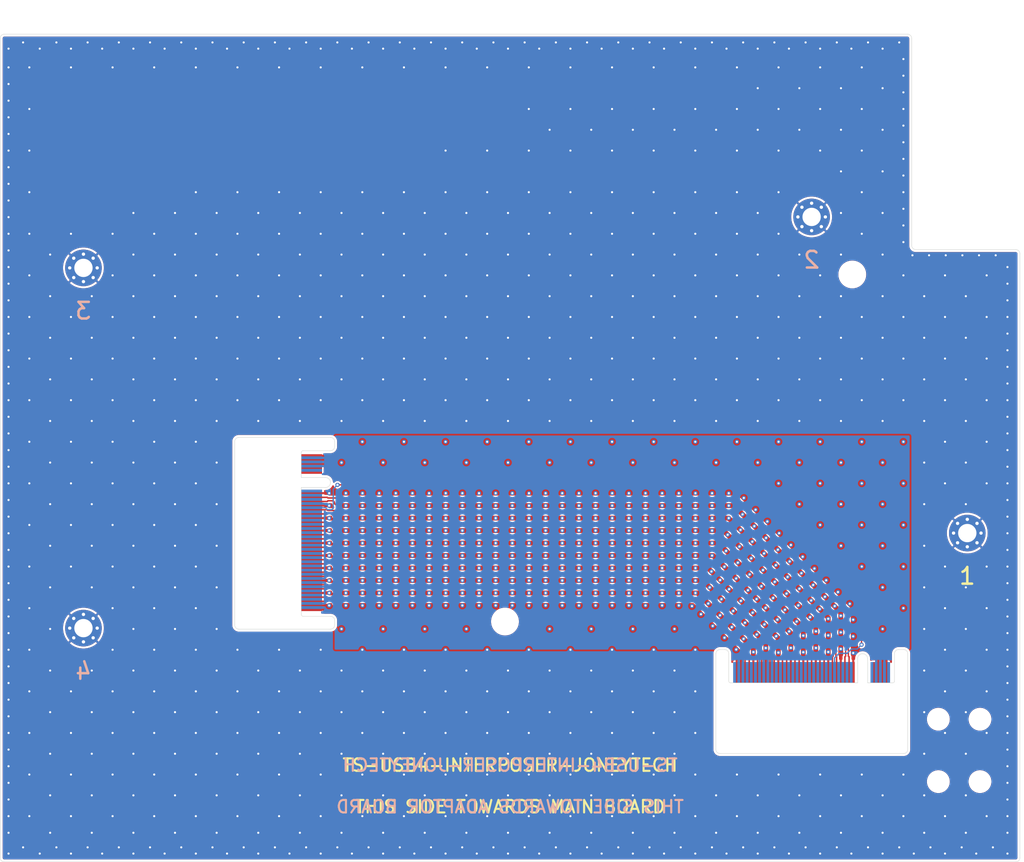
<source format=kicad_pcb>
(kicad_pcb (version 20241229) (generator "pcbnew") (generator_version "9.0")
  (layers (0 "F.Cu" signal "Top Layer") (4 "In1.Cu" signal) (6 "In2.Cu" signal) (2 "B.Cu" signal "Bottom Layer") (13 "F.Paste" user "Top Paste") (15 "B.Paste" user "Bottom Paste") (5 "F.SilkS" user "Top Overlay") (7 "B.SilkS" user "Bottom Overlay") (1 "F.Mask" user "Top Solder") (3 "B.Mask" user "Bottom Solder") (25 "Edge.Cuts" user))
  (property "SHEETTOTAL" "1")
  (net 0 "")
  (net 1 "GND")
  (net 2 "+3V3")
  (net 3 "/RX1_P")
  (net 4 "/RX2_P")
  (net 5 "/RX0_N")
  (net 6 "/REFCLK_P")
  (net 7 "/TX2_N")
  (net 8 "/TX0_P")
  (net 9 "/TX1_N")
  (net 10 "/TX0_N")
  (net 11 "/RX3_N")
  (net 12 "/TX2_P")
  (net 13 "/PERST#")
  (net 14 "/RX0_P")
  (net 15 "/TX3_N")
  (net 16 "/TX3_P")
  (net 17 "/RX3_P")
  (net 18 "/TX1_P")
  (net 19 "/REFCLK_N")
  (net 20 "/RX1_N")
  (net 21 "/RX2_N")
  (footprint "ThunderScope:PCB EDGE M.2 Key M" (layer "F.Cu") (at 110.1386 69.3036 -90)
    (property "Reference" "J1" (hide yes))
    (property "Value" "M.2 Key M" (hide yes))
  )
  (footprint "ThunderScope:KEY_7792_ClearenceHoles" (layer "F.Cu") (at 184.9761 106.4786 90)
    (property "Reference" "J11" (hide yes))
    (property "Value" "7793" (hide yes))
  )
  (footprint "ThunderScope:MountingHole_2.2mm_M2_Pad_Via" (layer "F.Cu") (at 167.2511 42.3536)
    (property "Reference" "H2" (hide yes))
    (property "Value" "MountingHole")
  )
  (footprint "ThunderScope:MountingHole_2.2mm_M2_Pad_Via" (layer "F.Cu") (at 79.7761 91.7786)
    (property "Reference" "H4" (hide yes))
    (property "Value" "MountingHole")
  )
  (footprint "ThunderScope:MountingHole_2.2mm_M2_Pad_Via" (layer "F.Cu") (at 185.9511 80.3536)
    (property "Reference" "H1" (hide yes))
    (property "Value" "MountingHole")
  )
  (footprint "ThunderScope:SSKY_HSB30-373710_MountingHoles" (layer "F.Cu") (at 151.2761 70.1286 90)
    (property "Reference" "HS1" (hide yes))
    (property "Value" "HSB30-373710" (hide yes))
  )
  (footprint "ThunderScope:MountingHole_2.2mm_M2_Pad_Via" (layer "F.Cu") (at 79.7761 48.4786)
    (property "Reference" "H3" (hide yes))
    (property "Value" "MountingHole")
  )
  (footprint "ThunderScope:PCB EDGE M.2 Key M" (layer "B.Cu") (at 178.2511 94.1536 180)
    (property "Reference" "J2" (hide yes))
    (property "Value" "M.2 Key M" (hide yes))
  )
  (gr_arc (start 191.7761 46.2786) (mid 192.129653 46.425047) (end 192.2761 46.7786) (stroke (width 0.05)) (layer "Edge.Cuts"))
  (gr_line (start 105.9511 70.6536) (end 105.9511 73.6786) (stroke (width 0.05)) (layer "Edge.Cuts"))
  (gr_arc (start 177.2011 98.153599) (mid 177.142522 98.295021) (end 177.001101 98.3536) (stroke (width 0.05)) (layer "Edge.Cuts"))
  (gr_line (start 178.3011 94.353599) (end 177.7511 94.3536) (stroke (width 0.05)) (layer "Edge.Cuts"))
  (gr_arc (start 179.7761 46.2786) (mid 179.422546 46.132153) (end 179.276099 45.778599) (stroke (width 0.05)) (layer "Edge.Cuts"))
  (gr_line (start 109.4511 70.4536) (end 106.1511 70.4536) (stroke (width 0.05)) (layer "Edge.Cuts"))
  (gr_arc (start 109.4511 68.853599) (mid 109.804654 69.000046) (end 109.9511 69.3536) (stroke (width 0.05)) (layer "Edge.Cuts"))
  (gr_line (start 179.276101 45.778599) (end 179.2761 20.9036) (stroke (width 0.05)) (layer "Edge.Cuts"))
  (gr_line (start 177.2011 98.1536) (end 177.2011 94.8536) (stroke (width 0.05)) (layer "Edge.Cuts"))
  (gr_arc (start 178.7511 20.378601) (mid 179.122331 20.53237) (end 179.2761 20.9036) (stroke (width 0.05)) (layer "Edge.Cuts"))
  (gr_arc (start 192.2761 119.3786) (mid 192.129653 119.732153) (end 191.7761 119.878601) (stroke (width 0.05)) (layer "Edge.Cuts"))
  (gr_line (start 156.2511 106.8536) (end 178.3011 106.8536) (stroke (width 0.05)) (layer "Edge.Cuts"))
  (gr_line (start 156.2511 94.353599) (end 156.8011 94.3536) (stroke (width 0.05)) (layer "Edge.Cuts"))
  (gr_line (start 178.801101 94.8536) (end 178.8011 106.3536) (stroke (width 0.05)) (layer "Edge.Cuts"))
  (gr_arc (start 173.3761 94.8536) (mid 173.800364 95.029336) (end 173.9761 95.4536) (stroke (width 0.05)) (layer "Edge.Cuts"))
  (gr_arc (start 109.9511 69.953601) (mid 109.804653 70.307154) (end 109.451099 70.4536) (stroke (width 0.05)) (layer "Edge.Cuts"))
  (gr_arc (start 106.1511 90.3536) (mid 106.009679 90.295021) (end 105.9511 90.1536) (stroke (width 0.05)) (layer "Edge.Cuts"))
  (gr_arc (start 177.2011 94.8536) (mid 177.347547 94.500047) (end 177.7011 94.3536) (stroke (width 0.05)) (layer "Edge.Cuts"))
  (gr_arc (start 70.2761 119.8786) (mid 69.922547 119.732153) (end 69.7761 119.3786) (stroke (width 0.05)) (layer "Edge.Cuts"))
  (gr_line (start 109.4511 91.9036) (end 98.4511 91.9036) (stroke (width 0.05)) (layer "Edge.Cuts"))
  (gr_arc (start 157.5011 98.3536) (mid 157.359679 98.295021) (end 157.3011 98.1536) (stroke (width 0.05)) (layer "Edge.Cuts"))
  (gr_arc (start 155.751099 94.8536) (mid 155.897546 94.500046) (end 156.2511 94.3536) (stroke (width 0.05)) (layer "Edge.Cuts"))
  (gr_arc (start 172.7761 95.4536) (mid 172.951836 95.029336) (end 173.3761 94.8536) (stroke (width 0.05)) (layer "Edge.Cuts"))
  (gr_arc (start 109.4511 74.2786) (mid 109.275364 74.702864) (end 108.8511 74.8786) (stroke (width 0.05)) (layer "Edge.Cuts"))
  (gr_line (start 97.9511 91.4036) (end 97.9511 69.3536) (stroke (width 0.05)) (layer "Edge.Cuts"))
  (gr_arc (start 156.2511 106.8536) (mid 155.897546 106.707153) (end 155.7511 106.353599) (stroke (width 0.05)) (layer "Edge.Cuts"))
  (gr_line (start 179.7761 46.2786) (end 191.7761 46.2786) (stroke (width 0.05)) (layer "Edge.Cuts"))
  (gr_line (start 177.7011 94.3536) (end 177.7511 94.3536) (stroke (width 0.05)) (layer "Edge.Cuts"))
  (gr_line (start 157.3011 98.1536) (end 157.3011 94.8536) (stroke (width 0.05)) (layer "Edge.Cuts"))
  (gr_line (start 108.8511 74.8786) (end 105.9511 74.8786) (stroke (width 0.05)) (layer "Edge.Cuts"))
  (gr_arc (start 98.451101 91.9036) (mid 98.097547 91.757154) (end 97.9511 91.4036) (stroke (width 0.05)) (layer "Edge.Cuts"))
  (gr_line (start 178.7511 20.3786) (end 70.276095 20.3786) (stroke (width 0.05)) (layer "Edge.Cuts"))
  (gr_line (start 105.9511 74.8786) (end 105.9511 90.1536) (stroke (width 0.05)) (layer "Edge.Cuts"))
  (gr_line (start 106.1511 90.3536) (end 109.4511 90.3536) (stroke (width 0.05)) (layer "Edge.Cuts"))
  (gr_line (start 157.5011 98.3536) (end 172.7761 98.3536) (stroke (width 0.05)) (layer "Edge.Cuts"))
  (gr_arc (start 69.776105 20.8786) (mid 69.922547 20.525049) (end 70.276095 20.3786) (stroke (width 0.05)) (layer "Edge.Cuts"))
  (gr_line (start 191.7761 119.8786) (end 70.2761 119.8786) (stroke (width 0.05)) (layer "Edge.Cuts"))
  (gr_arc (start 97.9511 69.3536) (mid 98.097548 69.000047) (end 98.451101 68.8536) (stroke (width 0.05)) (layer "Edge.Cuts"))
  (gr_arc (start 109.4511 90.3536) (mid 109.804653 90.500047) (end 109.9511 90.8536) (stroke (width 0.05)) (layer "Edge.Cuts"))
  (gr_arc (start 178.8011 106.353599) (mid 178.654653 106.707152) (end 178.3011 106.8536) (stroke (width 0.05)) (layer "Edge.Cuts"))
  (gr_line (start 109.951101 91.4036) (end 109.9511 90.8536) (stroke (width 0.05)) (layer "Edge.Cuts"))
  (gr_arc (start 108.851101 73.6786) (mid 109.275365 73.854337) (end 109.4511 74.278601) (stroke (width 0.05)) (layer "Edge.Cuts"))
  (gr_line (start 173.9761 98.3536) (end 177.001101 98.3536) (stroke (width 0.05)) (layer "Edge.Cuts"))
  (gr_line (start 109.951101 69.3536) (end 109.951099 69.953601) (stroke (width 0.05)) (layer "Edge.Cuts"))
  (gr_arc (start 109.9511 91.4036) (mid 109.804653 91.757153) (end 109.4511 91.903601) (stroke (width 0.05)) (layer "Edge.Cuts"))
  (gr_line (start 69.7761 119.3786) (end 69.7761 20.8786) (stroke (width 0.05)) (layer "Edge.Cuts"))
  (gr_line (start 173.9761 95.4536) (end 173.9761 98.3536) (stroke (width 0.05)) (layer "Edge.Cuts"))
  (gr_arc (start 156.8011 94.3536) (mid 157.154653 94.500047) (end 157.3011 94.8536) (stroke (width 0.05)) (layer "Edge.Cuts"))
  (gr_line (start 105.9511 73.6786) (end 108.851101 73.6786) (stroke (width 0.05)) (layer "Edge.Cuts"))
  (gr_line (start 109.4511 68.853599) (end 98.4511 68.8536) (stroke (width 0.05)) (layer "Edge.Cuts"))
  (gr_line (start 155.751099 94.8536) (end 155.7511 106.3536) (stroke (width 0.05)) (layer "Edge.Cuts"))
  (gr_arc (start 178.3011 94.3536) (mid 178.654653 94.500047) (end 178.801101 94.8536) (stroke (width 0.05)) (layer "Edge.Cuts"))
  (gr_arc (start 105.9511 70.6536) (mid 106.009679 70.512179) (end 106.1511 70.4536) (stroke (width 0.05)) (layer "Edge.Cuts"))
  (gr_line (start 172.7761 98.3536) (end 172.7761 95.4536) (stroke (width 0.05)) (layer "Edge.Cuts"))
  (gr_line (start 192.2761 119.3786) (end 192.2761 46.7786) (stroke (width 0.05)) (layer "Edge.Cuts"))
  (gr_text "TS-USB4-INTERPOSER-JONEYTECH" (at 131.0261 109.1286 0) (layer "F.SilkS") (effects (font (size 1.5 1.5) (thickness 0.25)) (justify bottom)))
  (gr_text "THIS SIDE TOWARDS MAIN BOARD" (at 131.0261 114.1286 0) (layer "F.SilkS") (effects (font (size 1.5 1.5) (thickness 0.25)) (justify bottom)))
  (gr_text "1" (at 185.9511 84.3536 0) (layer "F.SilkS") (effects (font (size 2 2) (thickness 0.3)) (justify top)))
  (gr_text "2" (at 167.2511 46.3536 0) (layer "B.SilkS") (effects (font (size 2 2) (thickness 0.3)) (justify top mirror)))
  (gr_text "TS-USB4-INTERPOSER-JONEYTECH" (at 131.0261 109.1286 0) (layer "B.SilkS") (effects (font (size 1.5 1.5) (thickness 0.25)) (justify bottom mirror)))
  (gr_text "4" (at 79.7761 95.7786 0) (layer "B.SilkS") (effects (font (size 2 2) (thickness 0.3)) (justify top mirror)))
  (gr_text "THIS SIDE TOWARDS ADAPTOR BOARD" (at 131.0261 114.1286 0) (layer "B.SilkS") (effects (font (size 1.5 1.5) (thickness 0.25)) (justify bottom mirror)))
  (gr_text "3" (at 79.7511 52.4786 0) (layer "B.SilkS") (effects (font (size 2 2) (thickness 0.3)) (justify top mirror)))
  (via (at 170.7761 66.8786) (size 0.508) (drill 0.254) (layers "F.Cu" "B.Cu") (net 1))
  (via (at 173.2761 64.3786) (size 0.508) (drill 0.254) (layers "F.Cu" "B.Cu") (net 1))
  (via (at 105.7761 41.8786) (size 0.508) (drill 0.254) (layers "F.Cu" "B.Cu") (net 1))
  (via (at 178.2761 54.3786) (size 0.508) (drill 0.254) (layers "F.Cu" "B.Cu") (net 1))
  (via (at 85.7761 22.1286) (size 0.508) (drill 0.254) (layers "F.Cu" "B.Cu") (net 1))
  (via (at 162.6291 88.1516) (size 0.508) (drill 0.254) (layers "F.Cu" "B.Cu") (net 1))
  (via (at 112.0261 22.1286) (size 0.508) (drill 0.254) (layers "F.Cu" "B.Cu") (net 1))
  (via (at 95.7761 46.8786) (size 0.508) (drill 0.254) (layers "F.Cu" "B.Cu") (net 1))
  (via (at 179.5261 118.8786) (size 0.508) (drill 0.254) (layers "F.Cu" "B.Cu") (net 1))
  (via (at 188.2761 94.3786) (size 0.508) (drill 0.254) (layers "F.Cu" "B.Cu") (net 1))
  (via (at 70.7761 26.3786) (size 0.508) (drill 0.254) (layers "F.Cu" "B.Cu") (net 1))
  (via (at 100.7761 66.8786) (size 0.508) (drill 0.254) (layers "F.Cu" "B.Cu") (net 1))
  (via (at 189.361886 46.964386) (size 0.508) (drill 0.254) (layers "F.Cu" "B.Cu") (net 1))
  (via (at 155.2961 75.5586) (size 0.508) (drill 0.254) (layers "F.Cu" "B.Cu") (net 1))
  (via (at 118.2761 64.3786) (size 0.508) (drill 0.254) (layers "F.Cu" "B.Cu") (net 1))
  (via (at 133.2761 49.3786) (size 0.508) (drill 0.254) (layers "F.Cu" "B.Cu") (net 1))
  (via (at 123.2761 118.8786) (size 0.508) (drill 0.254) (layers "F.Cu" "B.Cu") (net 1))
  (via (at 127.2961 77.0586) (size 0.508) (drill 0.254) (layers "F.Cu" "B.Cu") (net 1))
  (via (at 180.7761 96.8786) (size 0.508) (drill 0.254) (layers "F.Cu" "B.Cu") (net 1))
  (via (at 85.7761 81.8786) (size 0.508) (drill 0.254) (layers "F.Cu" "B.Cu") (net 1))
  (via (at 93.2761 114.3786) (size 0.508) (drill 0.254) (layers "F.Cu" "B.Cu") (net 1))
  (via (at 162.7761 21.3786) (size 0.508) (drill 0.254) (layers "F.Cu" "B.Cu") (net 1))
  (via (at 104.5261 118.8786) (size 0.508) (drill 0.254) (layers "F.Cu" "B.Cu") (net 1))
  (via (at 151.2961 77.0586) (size 0.508) (drill 0.254) (layers "F.Cu" "B.Cu") (net 1))
  (via (at 70.7761 32.3786) (size 0.508) (drill 0.254) (layers "F.Cu" "B.Cu") (net 1))
  (via (at 123.2961 87.5586) (size 0.508) (drill 0.254) (layers "F.Cu" "B.Cu") (net 1))
  (via (at 83.2761 114.3786) (size 0.508) (drill 0.254) (layers "F.Cu" "B.Cu") (net 1))
  (via (at 170.7761 51.8786) (size 0.508) (drill 0.254) (layers "F.Cu" "B.Cu") (net 1))
  (via (at 165.4571 90.9796) (size 0.508) (drill 0.254) (layers "F.Cu" "B.Cu") (net 1))
  (via (at 173.2761 59.3786) (size 0.508) (drill 0.254) (layers "F.Cu" "B.Cu") (net 1))
  (via (at 73.2761 109.3786) (size 0.508) (drill 0.254) (layers "F.Cu" "B.Cu") (net 1))
  (via (at 153.2961 84.5586) (size 0.508) (drill 0.254) (layers "F.Cu" "B.Cu") (net 1))
  (via (at 188.2761 99.3786) (size 0.508) (drill 0.254) (layers "F.Cu" "B.Cu") (net 1))
  (via (at 108.2761 64.3786) (size 0.508) (drill 0.254) (layers "F.Cu" "B.Cu") (net 1))
  (via (at 153.2761 39.3786) (size 0.508) (drill 0.254) (layers "F.Cu" "B.Cu") (net 1))
  (via (at 80.7761 106.8786) (size 0.508) (drill 0.254) (layers "F.Cu" "B.Cu") (net 1))
  (via (at 153.2761 49.3786) (size 0.508) (drill 0.254) (layers "F.Cu" "B.Cu") (net 1))
  (via (at 95.7761 71.8786) (size 0.508) (drill 0.254) (layers "F.Cu" "B.Cu") (net 1))
  (via (at 168.2761 49.3786) (size 0.508) (drill 0.254) (layers "F.Cu" "B.Cu") (net 1))
  (via (at 143.2761 109.3786) (size 0.508) (drill 0.254) (layers "F.Cu" "B.Cu") (net 1))
  (via (at 138.2761 69.3786) (size 0.508) (drill 0.254) (layers "F.Cu" "B.Cu") (net 1))
  (via (at 168.2761 114.3786) (size 0.508) (drill 0.254) (layers "F.Cu" "B.Cu") (net 1))
  (via (at 98.2761 114.3786) (size 0.508) (drill 0.254) (layers "F.Cu" "B.Cu") (net 1))
  (via (at 113.2761 49.3786) (size 0.508) (drill 0.254) (layers "F.Cu" "B.Cu") (net 1))
  (via (at 145.7761 61.8786) (size 0.508) (drill 0.254) (layers "F.Cu" "B.Cu") (net 1))
  (via (at 70.7761 46.3786) (size 0.508) (drill 0.254) (layers "F.Cu" "B.Cu") (net 1))
  (via (at 143.2761 104.3786) (size 0.508) (drill 0.254) (layers "F.Cu" "B.Cu") (net 1))
  (via (at 166.5261 21.3786) (size 0.508) (drill 0.254) (layers "F.Cu" "B.Cu") (net 1))
  (via (at 117.2961 84.5586) (size 0.508) (drill 0.254) (layers "F.Cu" "B.Cu") (net 1))
  (via (at 73.2761 104.3786) (size 0.508) (drill 0.254) (layers "F.Cu" "B.Cu") (net 1))
  (via (at 103.2761 44.3786) (size 0.508) (drill 0.254) (layers "F.Cu" "B.Cu") (net 1))
  (via (at 131.2961 81.5586) (size 0.508) (drill 0.254) (layers "F.Cu" "B.Cu") (net 1))
  (via (at 151.5261 21.3786) (size 0.508) (drill 0.254) (layers "F.Cu" "B.Cu") (net 1))
  (via (at 167.7711 92.1636) (size 0.508) (drill 0.254) (layers "F.Cu" "B.Cu") (net 1))
  (via (at 190.7761 116.3786) (size 0.508) (drill 0.254) (layers "F.Cu" "B.Cu") (net 1))
  (via (at 125.2961 77.0586) (size 0.508) (drill 0.254) (layers "F.Cu" "B.Cu") (net 1))
  (via (at 103.2761 114.3786) (size 0.508) (drill 0.254) (layers "F.Cu" "B.Cu") (net 1))
  (via (at 87.7761 21.3786) (size 0.508) (drill 0.254) (layers "F.Cu" "B.Cu") (net 1))
  (via (at 88.2761 84.3786) (size 0.508) (drill 0.254) (layers "F.Cu" "B.Cu") (net 1))
  (via (at 110.7761 96.8786) (size 0.508) (drill 0.254) (layers "F.Cu" "B.Cu") (net 1))
  (via (at 115.7761 96.8786) (size 0.508) (drill 0.254) (layers "F.Cu" "B.Cu") (net 1))
  (via (at 83.2761 74.3786) (size 0.508) (drill 0.254) (layers "F.Cu" "B.Cu") (net 1))
  (via (at 170.7561 90.2886) (size 0.508) (drill 0.254) (layers "F.Cu" "B.Cu") (net 1))
  (via (at 90.7761 66.8786) (size 0.508) (drill 0.254) (layers "F.Cu" "B.Cu") (net 1))
  (via (at 95.2761 118.1286) (size 0.508) (drill 0.254) (layers "F.Cu" "B.Cu") (net 1))
  (via (at 70.7761 66.3786) (size 0.508) (drill 0.254) (layers "F.Cu" "B.Cu") (net 1))
  (via (at 135.7761 41.8786) (size 0.508) (drill 0.254) (layers "F.Cu" "B.Cu") (net 1))
  (via (at 180.7761 116.3786) (size 0.508) (drill 0.254) (layers "F.Cu" "B.Cu") (net 1))
  (via (at 161.5381 82.8006) (size 0.508) (drill 0.254) (layers "F.Cu" "B.Cu") (net 1))
  (via (at 110.7761 41.8786) (size 0.508) (drill 0.254) (layers "F.Cu" "B.Cu") (net 1))
  (via (at 187.361885 46.964386) (size 0.508) (drill 0.254) (layers "F.Cu" "B.Cu") (net 1))
  (via (at 155.7761 31.8786) (size 0.508) (drill 0.254) (layers "F.Cu" "B.Cu") (net 1))
  (via (at 121.2961 83.0586) (size 0.508) (drill 0.254) (layers "F.Cu" "B.Cu") (net 1))
  (via (at 188.2761 89.3786) (size 0.508) (drill 0.254) (layers "F.Cu" "B.Cu") (net 1))
  (via (at 167.7711 94.1636) (size 0.508) (drill 0.254) (layers "F.Cu" "B.Cu") (net 1))
  (via (at 98.2761 99.3786) (size 0.508) (drill 0.254) (layers "F.Cu" "B.Cu") (net 1))
  (via (at 185.7761 66.8786) (size 0.508) (drill 0.254) (layers "F.Cu" "B.Cu") (net 1))
  (via (at 190.7761 74.3786) (size 0.508) (drill 0.254) (layers "F.Cu" "B.Cu") (net 1))
  (via (at 167.0641 90.4566) (size 0.508) (drill 0.254) (layers "F.Cu" "B.Cu") (net 1))
  (via (at 148.2761 44.3786) (size 0.508) (drill 0.254) (layers "F.Cu" "B.Cu") (net 1))
  (via (at 143.2961 86.0586) (size 0.508) (drill 0.254) (layers "F.Cu" "B.Cu") (net 1))
  (via (at 160.7761 56.8786) (size 0.508) (drill 0.254) (layers "F.Cu" "B.Cu") (net 1))
  (via (at 123.2761 39.3786) (size 0.508) (drill 0.254) (layers "F.Cu" "B.Cu") (net 1))
  (via (at 85.7761 61.8786) (size 0.508) (drill 0.254) (layers "F.Cu" "B.Cu") (net 1))
  (via (at 115.7761 111.8786) (size 0.508) (drill 0.254) (layers "F.Cu" "B.Cu") (net 1))
  (via (at 190.7761 104.3786) (size 0.508) (drill 0.254) (layers "F.Cu" "B.Cu") (net 1))
  (via (at 125.7761 96.8786) (size 0.508) (drill 0.254) (layers "F.Cu" "B.Cu") (net 1))
  (via (at 140.7761 41.8786) (size 0.508) (drill 0.254) (layers "F.Cu" "B.Cu") (net 1))
  (via (at 70.7761 54.3786) (size 0.508) (drill 0.254) (layers "F.Cu" "B.Cu") (net 1))
  (via (at 180.7761 71.8786) (size 0.508) (drill 0.254) (layers "F.Cu" "B.Cu") (net 1))
  (via (at 125.7761 116.3786) (size 0.508) (drill 0.254) (layers "F.Cu" "B.Cu") (net 1))
  (via (at 130.7761 96.8786) (size 0.508) (drill 0.254) (layers "F.Cu" "B.Cu") (net 1))
  (via (at 73.2761 69.3786) (size 0.508) (drill 0.254) (layers "F.Cu" "B.Cu") (net 1))
  (via (at 103.2761 99.3786) (size 0.508) (drill 0.254) (layers "F.Cu" "B.Cu") (net 1))
  (via (at 135.2961 83.0586) (size 0.508) (drill 0.254) (layers "F.Cu" "B.Cu") (net 1))
  (via (at 103.2761 39.3786) (size 0.508) (drill 0.254) (layers "F.Cu" "B.Cu") (net 1))
  (via (at 109.2961 81.5586) (size 0.508) (drill 0.254) (layers "F.Cu" "B.Cu") (net 1))
  (via (at 153.2761 24.3786) (size 0.508) (drill 0.254) (layers "F.Cu" "B.Cu") (net 1))
  (via (at 170.2761 118.1286) (size 0.508) (drill 0.254) (layers "F.Cu" "B.Cu") (net 1))
  (via (at 149.2961 84.5586) (size 0.508) (drill 0.254) (layers "F.Cu" "B.Cu") (net 1))
  (via (at 118.2761 99.3786) (size 0.508) (drill 0.254) (layers "F.Cu" "B.Cu") (net 1))
  (via (at 119.5261 22.1286) (size 0.508) (drill 0.254) (layers "F.Cu" "B.Cu") (net 1))
  (via (at 160.7761 46.8786) (size 0.508) (drill 0.254) (layers "F.Cu" "B.Cu") (net 1))
  (via (at 158.2761 114.3786) (size 0.508) (drill 0.254) (layers "F.Cu" "B.Cu") (net 1))
  (via (at 70.7761 106.3786) (size 0.508) (drill 0.254) (layers "F.Cu" "B.Cu") (net 1))
  (via (at 118.2761 44.3786) (size 0.508) (drill 0.254) (layers "F.Cu" "B.Cu") (net 1))
  (via (at 147.2961 86.0586) (size 0.508) (drill 0.254) (layers "F.Cu" "B.Cu") (net 1))
  (via (at 147.2961 87.5586) (size 0.508) (drill 0.254) (layers "F.Cu" "B.Cu") (net 1))
  (via (at 113.2761 99.3786) (size 0.508) (drill 0.254) (layers "F.Cu" "B.Cu") (net 1))
  (via (at 95.7761 111.8786) (size 0.508) (drill 0.254) (layers "F.Cu" "B.Cu") (net 1))
  (via (at 125.2961 86.0586) (size 0.508) (drill 0.254) (layers "F.Cu" "B.Cu") (net 1))
  (via (at 133.2761 34.3786) (size 0.508) (drill 0.254) (layers "F.Cu" "B.Cu") (net 1))
  (via (at 188.2761 114.3786) (size 0.508) (drill 0.254) (layers "F.Cu" "B.Cu") (net 1))
  (via (at 70.7761 48.3786) (size 0.508) (drill 0.254) (layers "F.Cu" "B.Cu") (net 1))
  (via (at 80.7761 86.8786) (size 0.508) (drill 0.254) (layers "F.Cu" "B.Cu") (net 1))
  (via (at 145.7761 71.8786) (size 0.508) (drill 0.254) (layers "F.Cu" "B.Cu") (net 1))
  (via (at 70.7761 72.3786) (size 0.508) (drill 0.254) (layers "F.Cu" "B.Cu") (net 1))
  (via (at 70.7761 30.3786) (size 0.508) (drill 0.254) (layers "F.Cu" "B.Cu") (net 1))
  (via (at 113.2961 75.5586) (size 0.508) (drill 0.254) (layers "F.Cu" "B.Cu") (net 1))
  (via (at 145.7761 56.8786) (size 0.508) (drill 0.254) (layers "F.Cu" "B.Cu") (net 1))
  (via (at 138.2761 22.1286) (size 0.508) (drill 0.254) (layers "F.Cu" "B.Cu") (net 1))
  (via (at 70.7761 98.3786) (size 0.508) (drill 0.254) (layers "F.Cu" "B.Cu") (net 1))
  (via (at 167.4371 86.5896) (size 0.508) (drill 0.254) (layers "F.Cu" "B.Cu") (net 1))
  (via (at 185.7761 61.8786) (size 0.508) (drill 0.254) (layers "F.Cu" "B.Cu") (net 1))
  (via (at 144.0261 118.1286) (size 0.508) (drill 0.254) (layers "F.Cu" "B.Cu") (net 1))
  (via (at 135.2961 84.5586) (size 0.508) (drill 0.254) (layers "F.Cu" "B.Cu") (net 1))
  (via (at 135.2961 86.0586) (size 0.508) (drill 0.254) (layers "F.Cu" "B.Cu") (net 1))
  (via (at 70.7761 78.3786) (size 0.508) (drill 0.254) (layers "F.Cu" "B.Cu") (net 1))
  (via (at 72.5261 21.3786) (size 0.508) (drill 0.254) (layers "F.Cu" "B.Cu") (net 1))
  (via (at 95.7761 66.8786) (size 0.508) (drill 0.254) (layers "F.Cu" "B.Cu") (net 1))
  (via (at 190.7761 58.3786) (size 0.508) (drill 0.254) (layers "F.Cu" "B.Cu") (net 1))
  (via (at 153.2961 78.5586) (size 0.508) (drill 0.254) (layers "F.Cu" "B.Cu") (net 1))
  (via (at 125.7761 66.8786) (size 0.508) (drill 0.254) (layers "F.Cu" "B.Cu") (net 1))
  (via (at 150.7761 116.3786) (size 0.508) (drill 0.254) (layers "F.Cu" "B.Cu") (net 1))
  (via (at 100.7761 96.8786) (size 0.508) (drill 0.254) (layers "F.Cu" "B.Cu") (net 1))
  (via (at 125.2961 75.5586) (size 0.508) (drill 0.254) (layers "F.Cu" "B.Cu") (net 1))
  (via (at 119.2961 83.0586) (size 0.508) (drill 0.254) (layers "F.Cu" "B.Cu") (net 1))
  (via (at 168.2761 24.3786) (size 0.508) (drill 0.254) (layers "F.Cu" "B.Cu") (net 1))
  (via (at 120.7761 46.8786) (size 0.508) (drill 0.254) (layers "F.Cu" "B.Cu") (net 1))
  (via (at 74.5261 118.8786) (size 0.508) (drill 0.254) (layers "F.Cu" "B.Cu") (net 1))
  (via (at 150.7761 66.8786) (size 0.508) (drill 0.254) (layers "F.Cu" "B.Cu") (net 1))
  (via (at 169.2461 94.6486) (size 0.508) (drill 0.254) (layers "F.Cu" "B.Cu") (net 1))
  (via (at 95.7761 91.8786) (size 0.508) (drill 0.254) (layers "F.Cu" "B.Cu") (net 1))
  (via (at 85.7761 66.8786) (size 0.508) (drill 0.254) (layers "F.Cu" "B.Cu") (net 1))
  (via (at 70.7761 34.3786) (size 0.508) (drill 0.254) (layers "F.Cu" "B.Cu") (net 1))
  (via (at 148.2761 99.3786) (size 0.508) (drill 0.254) (layers "F.Cu" "B.Cu") (net 1))
  (via (at 115.2961 87.5586) (size 0.508) (drill 0.254) (layers "F.Cu" "B.Cu") (net 1))
  (via (at 161.2151 86.7376) (size 0.508) (drill 0.254) (layers "F.Cu" "B.Cu") (net 1))
  (via (at 153.9531 90.1056) (size 0.508) (drill 0.254) (layers "F.Cu" "B.Cu") (net 1))
  (via (at 85.7761 96.8786) (size 0.508) (drill 0.254) (layers "F.Cu" "B.Cu") (net 1))
  (via (at 138.2761 118.8786) (size 0.508) (drill 0.254) (layers "F.Cu" "B.Cu") (net 1))
  (via (at 178.2761 41.3786) (size 0.508) (drill 0.254) (layers "F.Cu" "B.Cu") (net 1))
  (via (at 133.2761 54.3786) (size 0.508) (drill 0.254) (layers "F.Cu" "B.Cu") (net 1))
  (via (at 131.2961 87.5586) (size 0.508) (drill 0.254) (layers "F.Cu" "B.Cu") (net 1))
  (via (at 155.2161 84.9686) (size 0.508) (drill 0.254) (layers "F.Cu" "B.Cu") (net 1))
  (via (at 118.2761 114.3786) (size 0.508) (drill 0.254) (layers "F.Cu" "B.Cu") (net 1))
  (via (at 170.7561 92.2886) (size 0.508) (drill 0.254) (layers "F.Cu" "B.Cu") (net 1))
  (via (at 100.7761 51.8786) (size 0.508) (drill 0.254) (layers "F.Cu" "B.Cu") (net 1))
  (via (at 138.2761 29.3786) (size 0.508) (drill 0.254) (layers "F.Cu" "B.Cu") (net 1))
  (via (at 128.2761 64.3786) (size 0.508) (drill 0.254) (layers "F.Cu" "B.Cu") (net 1))
  (via (at 131.2961 84.5586) (size 0.508) (drill 0.254) (layers "F.Cu" "B.Cu") (net 1))
  (via (at 190.7761 100.3786) (size 0.508) (drill 0.254) (layers "F.Cu" "B.Cu") (net 1))
  (via (at 120.7761 66.8786) (size 0.508) (drill 0.254) (layers "F.Cu" "B.Cu") (net 1))
  (via (at 115.2961 77.0586) (size 0.508) (drill 0.254) (layers "F.Cu" "B.Cu") (net 1))
  (via (at 143.2761 94.3786) (size 0.508) (drill 0.254) (layers "F.Cu" "B.Cu") (net 1))
  (via (at 143.2761 29.3786) (size 0.508) (drill 0.254) (layers "F.Cu" "B.Cu") (net 1))
  (via (at 163.2761 29.3786) (size 0.508) (drill 0.254) (layers "F.Cu" "B.Cu") (net 1))
  (via (at 150.7761 46.8786) (size 0.508) (drill 0.254) (layers "F.Cu" "B.Cu") (net 1))
  (via (at 78.2761 84.3786) (size 0.508) (drill 0.254) (layers "F.Cu" "B.Cu") (net 1))
  (via (at 119.2961 81.5586) (size 0.508) (drill 0.254) (layers "F.Cu" "B.Cu") (net 1))
  (via (at 155.2761 21.3786) (size 0.508) (drill 0.254) (layers "F.Cu" "B.Cu") (net 1))
  (via (at 151.2961 80.0586) (size 0.508) (drill 0.254) (layers "F.Cu" "B.Cu") (net 1))
  (via (at 148.2761 114.3786) (size 0.508) (drill 0.254) (layers "F.Cu" "B.Cu") (net 1))
  (via (at 75.7761 91.8786) (size 0.508) (drill 0.254) (layers "F.Cu" "B.Cu") (net 1))
  (via (at 110.7761 116.3786) (size 0.508) (drill 0.254) (layers "F.Cu" "B.Cu") (net 1))
  (via (at 83.2761 79.3786) (size 0.508) (drill 0.254) (layers "F.Cu" "B.Cu") (net 1))
  (via (at 145.2961 75.5586) (size 0.508) (drill 0.254) (layers "F.Cu" "B.Cu") (net 1))
  (via (at 155.7761 51.8786) (size 0.508) (drill 0.254) (layers "F.Cu" "B.Cu") (net 1))
  (via (at 166.0231 85.1756) (size 0.508) (drill 0.254) (layers "F.Cu" "B.Cu") (net 1))
  (via (at 183.2761 118.8786) (size 0.508) (drill 0.254) (layers "F.Cu" "B.Cu") (net 1))
  (via (at 119.2961 87.5586) (size 0.508) (drill 0.254) (layers "F.Cu" "B.Cu") (net 1))
  (via (at 159.0261 21.3786) (size 0.508) (drill 0.254) (layers "F.Cu" "B.Cu") (net 1))
  (via (at 160.1241 81.3866) (size 0.508) (drill 0.254) (layers "F.Cu" "B.Cu") (net 1))
  (via (at 153.2761 54.3786) (size 0.508) (drill 0.254) (layers "F.Cu" "B.Cu") (net 1))
  (via (at 153.2761 29.3786) (size 0.508) (drill 0.254) (layers "F.Cu" "B.Cu") (net 1))
  (via (at 90.7761 51.8786) (size 0.508) (drill 0.254) (layers "F.Cu" "B.Cu") (net 1))
  (via (at 168.2761 22.1286) (size 0.508) (drill 0.254) (layers "F.Cu" "B.Cu") (net 1))
  (via (at 131.2961 77.0586) (size 0.508) (drill 0.254) (layers "F.Cu" "B.Cu") (net 1))
  (via (at 140.7761 51.8786) (size 0.508) (drill 0.254) (layers "F.Cu" "B.Cu") (net 1))
  (via (at 121.2961 75.5586) (size 0.508) (drill 0.254) (layers "F.Cu" "B.Cu") (net 1))
  (via (at 163.2761 39.3786) (size 0.508) (drill 0.254) (layers "F.Cu" "B.Cu") (net 1))
  (via (at 123.2761 54.3786) (size 0.508) (drill 0.254) (layers "F.Cu" "B.Cu") (net 1))
  (via (at 128.2761 69.3786) (size 0.508) (drill 0.254) (layers "F.Cu" "B.Cu") (net 1))
  (via (at 157.2961 77.0586) (size 0.508) (drill 0.254) (layers "F.Cu" "B.Cu") (net 1))
  (via (at 190.7761 60.3786) (size 0.508) (drill 0.254) (layers "F.Cu" "B.Cu") (net 1))
  (via (at 83.2761 64.3786) (size 0.508) (drill 0.254) (layers "F.Cu" "B.Cu") (net 1))
  (via (at 108.2761 99.3786) (size 0.508) (drill 0.254) (layers "F.Cu" "B.Cu") (net 1))
  (via (at 95.7761 81.8786) (size 0.508) (drill 0.254) (layers "F.Cu" "B.Cu") (net 1))
  (via (at 88.2761 94.3786) (size 0.508) (drill 0.254) (layers "F.Cu" "B.Cu") (net 1))
  (via (at 85.7761 91.8786) (size 0.508) (drill 0.254) (layers "F.Cu" "B.Cu") (net 1))
  (via (at 84.0261 118.1286) (size 0.508) (drill 0.254) (layers "F.Cu" "B.Cu") (net 1))
  (via (at 157.3371 87.0896) (size 0.508) (drill 0.254) (layers "F.Cu" "B.Cu") (net 1))
  (via (at 147.2961 83.0586) (size 0.508) (drill 0.254) (layers "F.Cu" "B.Cu") (net 1))
  (via (at 133.2961 80.0586) (size 0.508) (drill 0.254) (layers "F.Cu" "B.Cu") (net 1))
  (via (at 160.7761 118.8786) (size 0.508) (drill 0.254) (layers "F.Cu" "B.Cu") (net 1))
  (via (at 70.7761 44.3786) (size 0.508) (drill 0.254) (layers "F.Cu" "B.Cu") (net 1))
  (via (at 113.2761 64.3786) (size 0.508) (drill 0.254) (layers "F.Cu" "B.Cu") (net 1))
  (via (at 170.7561 94.2886) (size 0.508) (drill 0.254) (layers "F.Cu" "B.Cu") (net 1))
  (via (at 163.2761 34.3786) (size 0.508) (drill 0.254) (layers "F.Cu" "B.Cu") (net 1))
  (via (at 130.7761 71.8786) (size 0.508) (drill 0.254) (layers "F.Cu" "B.Cu") (net 1))
  (via (at 100.7761 118.8786) (size 0.508) (drill 0.254) (layers "F.Cu" "B.Cu") (net 1))
  (via (at 83.2761 104.3786) (size 0.508) (drill 0.254) (layers "F.Cu" "B.Cu") (net 1))
  (via (at 143.2761 64.3786) (size 0.508) (drill 0.254) (layers "F.Cu" "B.Cu") (net 1))
  (via (at 158.1871 85.8096) (size 0.508) (drill 0.254) (layers "F.Cu" "B.Cu") (net 1))
  (via (at 159.0261 118.1286) (size 0.508) (drill 0.254) (layers "F.Cu" "B.Cu") (net 1))
  (via (at 125.7761 56.8786) (size 0.508) (drill 0.254) (layers "F.Cu" "B.Cu") (net 1))
  (via (at 80.7761 96.8786) (size 0.508) (drill 0.254) (layers "F.Cu" "B.Cu") (net 1))
  (via (at 147.2961 84.5586) (size 0.508) (drill 0.254) (layers "F.Cu" "B.Cu") (net 1))
  (via (at 93.2761 24.3786) (size 0.508) (drill 0.254) (layers "F.Cu" "B.Cu") (net 1))
  (via (at 150.7761 71.8786) (size 0.508) (drill 0.254) (layers "F.Cu" "B.Cu") (net 1))
  (via (at 158.2761 59.3786) (size 0.508) (drill 0.254) (layers "F.Cu" "B.Cu") (net 1))
  (via (at 160.7761 22.1286) (size 0.508) (drill 0.254) (layers "F.Cu" "B.Cu") (net 1))
  (via (at 133.2961 77.0586) (size 0.508) (drill 0.254) (layers "F.Cu" "B.Cu") (net 1))
  (via (at 131.2961 89.0586) (size 0.508) (drill 0.254) (layers "F.Cu" "B.Cu") (net 1))
  (via (at 160.2561 94.6586) (size 0.508) (drill 0.254) (layers "F.Cu" "B.Cu") (net 1))
  (via (at 88.2761 114.3786) (size 0.508) (drill 0.254) (layers "F.Cu" "B.Cu") (net 1))
  (via (at 113.2761 39.3786) (size 0.508) (drill 0.254) (layers "F.Cu" "B.Cu") (net 1))
  (via (at 117.2961 83.0586) (size 0.508) (drill 0.254) (layers "F.Cu" "B.Cu") (net 1))
  (via (at 158.9531 78.1056) (size 0.508) (drill 0.254) (layers "F.Cu" "B.Cu") (net 1))
  (via (at 133.2761 64.3786) (size 0.508) (drill 0.254) (layers "F.Cu" "B.Cu") (net 1))
  (via (at 113.2761 94.3786) (size 0.508) (drill 0.254) (layers "F.Cu" "B.Cu") (net 1))
  (via (at 73.2761 44.3786) (size 0.508) (drill 0.254) (layers "F.Cu" "B.Cu") (net 1))
  (via (at 190.7761 54.3786) (size 0.508) (drill 0.254) (layers "F.Cu" "B.Cu") (net 1))
  (via (at 73.2761 89.3786) (size 0.508) (drill 0.254) (layers "F.Cu" "B.Cu") (net 1))
  (via (at 129.2961 89.0586) (size 0.508) (drill 0.254) (layers "F.Cu" "B.Cu") (net 1))
  (via (at 190.7761 86.3786) (size 0.508) (drill 0.254) (layers "F.Cu" "B.Cu") (net 1))
  (via (at 115.7761 71.8786) (size 0.508) (drill 0.254) (layers "F.Cu" "B.Cu") (net 1))
  (via (at 156.4171 88.2996) (size 0.508) (drill 0.254) (layers "F.Cu" "B.Cu") (net 1))
  (via (at 93.2761 49.3786) (size 0.508) (drill 0.254) (layers "F.Cu" "B.Cu") (net 1))
  (via (at 190.7761 114.3786) (size 0.508) (drill 0.254) (layers "F.Cu" "B.Cu") (net 1))
  (via (at 168.2761 74.3786) (size 0.508) (drill 0.254) (layers "F.Cu" "B.Cu") (net 1))
  (via (at 103.2761 54.3786) (size 0.508) (drill 0.254) (layers "F.Cu" "B.Cu") (net 1))
  (via (at 145.2961 81.5586) (size 0.508) (drill 0.254) (layers "F.Cu" "B.Cu") (net 1))
  (via (at 190.7761 88.3786) (size 0.508) (drill 0.254) (layers "F.Cu" "B.Cu") (net 1))
  (via (at 108.2761 104.3786) (size 0.508) (drill 0.254) (layers "F.Cu" "B.Cu") (net 1))
  (via (at 88.2761 79.3786) (size 0.508) (drill 0.254) (layers "F.Cu" "B.Cu") (net 1))
  (via (at 188.2761 84.3786) (size 0.508) (drill 0.254) (layers "F.Cu" "B.Cu") (net 1))
  (via (at 95.7761 86.8786) (size 0.508) (drill 0.254) (layers "F.Cu" "B.Cu") (net 1))
  (via (at 158.5801 81.9726) (size 0.508) (drill 0.254) (layers "F.Cu" "B.Cu") (net 1))
  (via (at 111.2961 86.0586) (size 0.508) (drill 0.254) (layers "F.Cu" "B.Cu") (net 1))
  (via (at 99.0261 118.1286) (size 0.508) (drill 0.254) (layers "F.Cu" "B.Cu") (net 1))
  (via (at 150.7761 91.8786) (size 0.508) (drill 0.254) (layers "F.Cu" "B.Cu") (net 1))
  (via (at 128.2761 39.3786) (size 0.508) (drill 0.254) (layers "F.Cu" "B.Cu") (net 1))
  (via (at 80.7761 76.8786) (size 0.508) (drill 0.254) (layers "F.Cu" "B.Cu") (net 1))
  (via (at 145.7761 41.8786) (size 0.508) (drill 0.254) (layers "F.Cu" "B.Cu") (net 1))
  (via (at 155.7761 46.8786) (size 0.508) (drill 0.254) (layers "F.Cu" "B.Cu") (net 1))
  (via (at 99.0261 21.3786) (size 0.508) (drill 0.254) (layers "F.Cu" "B.Cu") (net 1))
  (via (at 93.2761 89.3786) (size 0.508) (drill 0.254) (layers "F.Cu" "B.Cu") (net 1))
  (via (at 118.2761 94.3786) (size 0.508) (drill 0.254) (layers "F.Cu" "B.Cu") (net 1))
  (via (at 170.7761 71.8786) (size 0.508) (drill 0.254) (layers "F.Cu" "B.Cu") (net 1))
  (via (at 175.7761 81.8786) (size 0.508) (drill 0.254) (layers "F.Cu" "B.Cu") (net 1))
  (via (at 190.7761 66.3786) (size 0.508) (drill 0.254) (layers "F.Cu" "B.Cu") (net 1))
  (via (at 143.2961 77.0586) (size 0.508) (drill 0.254) (layers "F.Cu" "B.Cu") (net 1))
  (via (at 76.5261 118.1286) (size 0.508) (drill 0.254) (layers "F.Cu" "B.Cu") (net 1))
  (via (at 138.2761 99.3786) (size 0.508) (drill 0.254) (layers "F.Cu" "B.Cu") (net 1))
  (via (at 165.7761 31.8786) (size 0.508) (drill 0.254) (layers "F.Cu" "B.Cu") (net 1))
  (via (at 119.5261 118.8786) (size 0.508) (drill 0.254) (layers "F.Cu" "B.Cu") (net 1))
  (via (at 145.7761 101.8786) (size 0.508) (drill 0.254) (layers "F.Cu" "B.Cu") (net 1))
  (via (at 117.2961 81.5586) (size 0.508) (drill 0.254) (layers "F.Cu" "B.Cu") (net 1))
  (via (at 169.2461 92.6486) (size 0.508) (drill 0.254) (layers "F.Cu" "B.Cu") (net 1))
  (via (at 115.2961 86.0586) (size 0.508) (drill 0.254) (layers "F.Cu" "B.Cu") (net 1))
  (via (at 75.7761 71.8786) (size 0.508) (drill 0.254) (layers "F.Cu" "B.Cu") (net 1))
  (via (at 174.0261 118.1286) (size 0.508) (drill 0.254) (layers "F.Cu" "B.Cu") (net 1))
  (via (at 135.2961 77.0586) (size 0.508) (drill 0.254) (layers "F.Cu" "B.Cu") (net 1))
  (via (at 103.2761 24.3786) (size 0.508) (drill 0.254) (layers "F.Cu" "B.Cu") (net 1))
  (via (at 170.7761 36.8786) (size 0.508) (drill 0.254) (layers "F.Cu" "B.Cu") (net 1))
  (via (at 129.2961 87.5586) (size 0.508) (drill 0.254) (layers "F.Cu" "B.Cu") (net 1))
  (via (at 189.0261 118.1286) (size 0.508) (drill 0.254) (layers "F.Cu" "B.Cu") (net 1))
  (via (at 70.7761 116.3786) (size 0.508) (drill 0.254) (layers "F.Cu" "B.Cu") (net 1))
  (via (at 148.2761 64.3786) (size 0.508) (drill 0.254) (layers "F.Cu" "B.Cu") (net 1))
  (via (at 145.2961 84.5586) (size 0.508) (drill 0.254) (layers "F.Cu" "B.Cu") (net 1))
  (via (at 180.7761 56.8786) (size 0.508) (drill 0.254) (layers "F.Cu" "B.Cu") (net 1))
  (via (at 123.2761 99.3786) (size 0.508) (drill 0.254) (layers "F.Cu" "B.Cu") (net 1))
  (via (at 109.2961 75.5586) (size 0.508) (drill 0.254) (layers "F.Cu" "B.Cu") (net 1))
  (via (at 147.2961 80.0586) (size 0.508) (drill 0.254) (layers "F.Cu" "B.Cu") (net 1))
  (via (at 123.2761 34.3786) (size 0.508) (drill 0.254) (layers "F.Cu" "B.Cu") (net 1))
  (via (at 185.7761 111.8786) (size 0.508) (drill 0.254) (layers "F.Cu" "B.Cu") (net 1))
  (via (at 157.0261 118.8786) (size 0.508) (drill 0.254) (layers "F.Cu" "B.Cu") (net 1))
  (via (at 173.2761 34.3786) (size 0.508) (drill 0.254) (layers "F.Cu" "B.Cu") (net 1))
  (via (at 164.3661 85.6286) (size 0.508) (drill 0.254) (layers "F.Cu" "B.Cu") (net 1))
  (via (at 90.7761 56.8786) (size 0.508) (drill 0.254) (layers "F.Cu" "B.Cu") (net 1))
  (via (at 70.7761 56.3786) (size 0.508) (drill 0.254) (layers "F.Cu" "B.Cu") (net 1))
  (via (at 113.2761 69.3786) (size 0.508) (drill 0.254) (layers "F.Cu" "B.Cu") (net 1))
  (via (at 120.7761 96.8786) (size 0.508) (drill 0.254) (layers "F.Cu" "B.Cu") (net 1))
  (via (at 164.6091 83.7616) (size 0.508) (drill 0.254) (layers "F.Cu" "B.Cu") (net 1))
  (via (at 109.2961 86.0586) (size 0.508) (drill 0.254) (layers "F.Cu" "B.Cu") (net 1))
  (via (at 113.2761 44.3786) (size 0.508) (drill 0.254) (layers "F.Cu" "B.Cu") (net 1))
  (via (at 70.7761 92.3786) (size 0.508) (drill 0.254) (layers "F.Cu" "B.Cu") (net 1))
  (via (at 98.2761 44.3786) (size 0.508) (drill 0.254) (layers "F.Cu" "B.Cu") (net 1))
  (via (at 153.2961 83.0586) (size 0.508) (drill 0.254) (layers "F.Cu" "B.Cu") (net 1))
  (via (at 160.638461 88.284503) (size 0.508) (drill 0.254) (layers "F.Cu" "B.Cu") (net 1))
  (via (at 183.2761 89.3786) (size 0.508) (drill 0.254) (layers "F.Cu" "B.Cu") (net 1))
  (via (at 70.7761 114.3786) (size 0.508) (drill 0.254) (layers "F.Cu" "B.Cu") (net 1))
  (via (at 118.2761 54.3786) (size 0.508) (drill 0.254) (layers "F.Cu" "B.Cu") (net 1))
  (via (at 108.2761 109.3786) (size 0.508) (drill 0.254) (layers "F.Cu" "B.Cu") (net 1))
  (via (at 142.0261 22.1286) (size 0.508) (drill 0.254) (layers "F.Cu" "B.Cu") (net 1))
  (via (at 151.2961 78.5586) (size 0.508) (drill 0.254) (layers "F.Cu" "B.Cu") (net 1))
  (via (at 108.2761 54.3786) (size 0.508) (drill 0.254) (layers "F.Cu" "B.Cu") (net 1))
  (via (at 156.2471 90.2396) (size 0.508) (drill 0.254) (layers "F.Cu" "B.Cu") (net 1))
  (via (at 190.7761 80.3786) (size 0.508) (drill 0.254) (layers "F.Cu" "B.Cu") (net 1))
  (via (at 149.5261 118.8786) (size 0.508) (drill 0.254) (layers "F.Cu" "B.Cu") (net 1))
  (via (at 180.7761 101.8786) (size 0.508) (drill 0.254) (layers "F.Cu" "B.Cu") (net 1))
  (via (at 170.7761 111.8786) (size 0.508) (drill 0.254) (layers "F.Cu" "B.Cu") (net 1))
  (via (at 145.2961 86.0586) (size 0.508) (drill 0.254) (layers "F.Cu" "B.Cu") (net 1))
  (via (at 159.6011 87.2236) (size 0.508) (drill 0.254) (layers "F.Cu" "B.Cu") (net 1))
  (via (at 145.7761 51.8786) (size 0.508) (drill 0.254) (layers "F.Cu" "B.Cu") (net 1))
  (via (at 127.2961 86.0586) (size 0.508) (drill 0.254) (layers "F.Cu" "B.Cu") (net 1))
  (via (at 141.2961 83.0586) (size 0.508) (drill 0.254) (layers "F.Cu" "B.Cu") (net 1))
  (via (at 153.2761 94.3786) (size 0.508) (drill 0.254) (layers "F.Cu" "B.Cu") (net 1))
  (via (at 144.0261 21.3786) (size 0.508) (drill 0.254) (layers "F.Cu" "B.Cu") (net 1))
  (via (at 100.7761 56.8786) (size 0.508) (drill 0.254) (layers "F.Cu" "B.Cu") (net 1))
  (via (at 115.7761 91.8786) (size 0.508) (drill 0.254) (layers "F.Cu" "B.Cu") (net 1))
  (via (at 73.2761 64.3786) (size 0.508) (drill 0.254) (layers "F.Cu" "B.Cu") (net 1))
  (via (at 160.7761 116.3786) (size 0.508) (drill 0.254) (layers "F.Cu" "B.Cu") (net 1))
  (via (at 102.7761 118.1286) (size 0.508) (drill 0.254) (layers "F.Cu" "B.Cu") (net 1))
  (via (at 145.7761 66.8786) (size 0.508) (drill 0.254) (layers "F.Cu" "B.Cu") (net 1))
  (via (at 145.7761 106.8786) (size 0.508) (drill 0.254) (layers "F.Cu" "B.Cu") (net 1))
  (via (at 167.5901 84.6126) (size 0.508) (drill 0.254) (layers "F.Cu" "B.Cu") (net 1))
  (via (at 83.2761 84.3786) (size 0.508) (drill 0.254) (layers "F.Cu" "B.Cu") (net 1))
  (via (at 178.2761 45.3786) (size 0.508) (drill 0.254) (layers "F.Cu" "B.Cu") (net 1))
  (via (at 123.2761 59.3786) (size 0.508) (drill 0.254) (layers "F.Cu" "B.Cu") (net 1))
  (via (at 145.2961 77.0586) (size 0.508) (drill 0.254) (layers "F.Cu" "B.Cu") (net 1))
  (via (at 139.2961 83.0586) (size 0.508) (drill 0.254) (layers "F.Cu" "B.Cu") (net 1))
  (via (at 118.2761 39.3786) (size 0.508) (drill 0.254) (layers "F.Cu" "B.Cu") (net 1))
  (via (at 135.7761 66.8786) (size 0.508) (drill 0.254) (layers "F.Cu" "B.Cu") (net 1))
  (via (at 70.7761 110.3786) (size 0.508) (drill 0.254) (layers "F.Cu" "B.Cu") (net 1))
  (via (at 83.2761 24.3786) (size 0.508) (drill 0.254) (layers "F.Cu" "B.Cu") (net 1))
  (via (at 175.7761 31.8786) (size 0.508) (drill 0.254) (layers "F.Cu" "B.Cu") (net 1))
  (via (at 173.2761 24.3786) (size 0.508) (drill 0.254) (layers "F.Cu" "B.Cu") (net 1))
  (via (at 98.2761 104.3786) (size 0.508) (drill 0.254) (layers "F.Cu" "B.Cu") (net 1))
  (via (at 159.0751 93.0676) (size 0.508) (drill 0.254) (layers "F.Cu" "B.Cu") (net 1))
  (via (at 157.2961 78.5586) (size 0.508) (drill 0.254) (layers "F.Cu" "B.Cu") (net 1))
  (via (at 78.2761 22.1286) (size 0.508) (drill 0.254) (layers "F.Cu" "B.Cu") (net 1))
  (via (at 153.2761 104.3786) (size 0.508) (drill 0.254) (layers "F.Cu" "B.Cu") (net 1))
  (via (at 76.5261 21.3786) (size 0.508) (drill 0.254) (layers "F.Cu" "B.Cu") (net 1))
  (via (at 145.2961 80.0586) (size 0.508) (drill 0.254) (layers "F.Cu" "B.Cu") (net 1))
  (via (at 85.7761 101.8786) (size 0.508) (drill 0.254) (layers "F.Cu" "B.Cu") (net 1))
  (via (at 183.2761 69.3786) (size 0.508) (drill 0.254) (layers "F.Cu" "B.Cu") (net 1))
  (via (at 138.2761 114.3786) (size 0.508) (drill 0.254) (layers "F.Cu" "B.Cu") (net 1))
  (via (at 175.7761 22.1286) (size 0.508) (drill 0.254) (layers "F.Cu" "B.Cu") (net 1))
  (via (at 158.2761 64.3786) (size 0.508) (drill 0.254) (layers "F.Cu" "B.Cu") (net 1))
  (via (at 158.2761 44.3786) (size 0.508) (drill 0.254) (layers "F.Cu" "B.Cu") (net 1))
  (via (at 137.2961 75.5586) (size 0.508) (drill 0.254) (layers "F.Cu" "B.Cu") (net 1))
  (via (at 119.2961 75.5586) (size 0.508) (drill 0.254) (layers "F.Cu" "B.Cu") (net 1))
  (via (at 100.7761 116.3786) (size 0.508) (drill 0.254) (layers "F.Cu" "B.Cu") (net 1))
  (via (at 190.7761 90.3786) (size 0.508) (drill 0.254) (layers "F.Cu" "B.Cu") (net 1))
  (via (at 170.7761 41.8786) (size 0.508) (drill 0.254) (layers "F.Cu" "B.Cu") (net 1))
  (via (at 149.2961 75.5586) (size 0.508) (drill 0.254) (layers "F.Cu" "B.Cu") (net 1))
  (via (at 130.7761 56.8786) (size 0.508) (drill 0.254) (layers "F.Cu" "B.Cu") (net 1))
  (via (at 190.7761 64.3786) (size 0.508) (drill 0.254) (layers "F.Cu" "B.Cu") (net 1))
  (via (at 162.8221 86.2146) (size 0.508) (drill 0.254) (layers "F.Cu" "B.Cu") (net 1))
  (via (at 185.7761 51.8786) (size 0.508) (drill 0.254) (layers "F.Cu" "B.Cu") (net 1))
  (via (at 145.7761 118.8786) (size 0.508) (drill 0.254) (layers "F.Cu" "B.Cu") (net 1))
  (via (at 73.2761 94.3786) (size 0.508) (drill 0.254) (layers "F.Cu" "B.Cu") (net 1))
  (via (at 161.4081 84.8006) (size 0.508) (drill 0.254) (layers "F.Cu" "B.Cu") (net 1))
  (via (at 123.2961 81.5586) (size 0.508) (drill 0.254) (layers "F.Cu" "B.Cu") (net 1))
  (via (at 153.2761 99.3786) (size 0.508) (drill 0.254) (layers "F.Cu" "B.Cu") (net 1))
  (via (at 70.7761 74.3786) (size 0.508) (drill 0.254) (layers "F.Cu" "B.Cu") (net 1))
  (via (at 139.2961 84.5586) (size 0.508) (drill 0.254) (layers "F.Cu" "B.Cu") (net 1))
  (via (at 168.2761 29.3786) (size 0.508) (drill 0.254) (layers "F.Cu" "B.Cu") (net 1))
  (via (at 168.2761 34.3786) (size 0.508) (drill 0.254) (layers "F.Cu" "B.Cu") (net 1))
  (via (at 120.7761 41.8786) (size 0.508) (drill 0.254) (layers "F.Cu" "B.Cu") (net 1))
  (via (at 155.7761 56.8786) (size 0.508) (drill 0.254) (layers "F.Cu" "B.Cu") (net 1))
  (via (at 93.2761 22.1286) (size 0.508) (drill 0.254) (layers "F.Cu" "B.Cu") (net 1))
  (via (at 183.2761 74.3786) (size 0.508) (drill 0.254) (layers "F.Cu" "B.Cu") (net 1))
  (via (at 158.2761 34.3786) (size 0.508) (drill 0.254) (layers "F.Cu" "B.Cu") (net 1))
  (via (at 125.7761 71.8786) (size 0.508) (drill 0.254) (layers "F.Cu" "B.Cu") (net 1))
  (via (at 158.2761 69.3786) (size 0.508) (drill 0.254) (layers "F.Cu" "B.Cu") (net 1))
  (via (at 149.2961 86.0586) (size 0.508) (drill 0.254) (layers "F.Cu" "B.Cu") (net 1))
  (via (at 93.2761 94.3786) (size 0.508) (drill 0.254) (layers "F.Cu" "B.Cu") (net 1))
  (via (at 83.2761 69.3786) (size 0.508) (drill 0.254) (layers "F.Cu" "B.Cu") (net 1))
  (via (at 111.2961 83.0586) (size 0.508) (drill 0.254) (layers "F.Cu" "B.Cu") (net 1))
  (via (at 115.7761 66.8786) (size 0.508) (drill 0.254) (layers "F.Cu" "B.Cu") (net 1))
  (via (at 119.2961 80.0586) (size 0.508) (drill 0.254) (layers "F.Cu" "B.Cu") (net 1))
  (via (at 157.0261 22.1286) (size 0.508) (drill 0.254) (layers "F.Cu" "B.Cu") (net 1))
  (via (at 90.7761 81.8786) (size 0.508) (drill 0.254) (layers "F.Cu" "B.Cu") (net 1))
  (via (at 95.7761 56.8786) (size 0.508) (drill 0.254) (layers "F.Cu" "B.Cu") (net 1))
  (via (at 117.2961 80.0586) (size 0.508) (drill 0.254) (layers "F.Cu" "B.Cu") (net 1))
  (via (at 103.2761 59.3786) (size 0.508) (drill 0.254) (layers "F.Cu" "B.Cu") (net 1))
  (via (at 175.7761 66.8786) (size 0.508) (drill 0.254) (layers "F.Cu" "B.Cu") (net 1))
  (via (at 70.7761 104.3786) (size 0.508) (drill 0.254) (layers "F.Cu" "B.Cu") (net 1))
  (via (at 187.0261 118.8786) (size 0.508) (drill 0.254) (layers "F.Cu" "B.Cu") (net 1))
  (via (at 170.7761 61.8786) (size 0.508) (drill 0.254) (layers "F.Cu" "B.Cu") (net 1))
  (via (at 90.7761 46.8786) (size 0.508) (drill 0.254) (layers "F.Cu" "B.Cu") (net 1))
  (via (at 158.2761 39.3786) (size 0.508) (drill 0.254) (layers "F.Cu" "B.Cu") (net 1))
  (via (at 143.2761 49.3786) (size 0.508) (drill 0.254) (layers "F.Cu" "B.Cu") (net 1))
  (via (at 88.2761 49.3786) (size 0.508) (drill 0.254) (layers "F.Cu" "B.Cu") (net 1))
  (via (at 123.2761 69.3786) (size 0.508) (drill 0.254) (layers "F.Cu" "B.Cu") (net 1))
  (via (at 160.7761 41.8786) (size 0.508) (drill 0.254) (layers "F.Cu" "B.Cu") (net 1))
  (via (at 161.5791 91.3316) (size 0.508) (drill 0.254) (layers "F.Cu" "B.Cu") (net 1))
  (via (at 121.2961 87.5586) (size 0.508) (drill 0.254) (layers "F.Cu" "B.Cu") (net 1))
  (via (at 170.7761 76.8786) (size 0.508) (drill 0.254) (layers "F.Cu" "B.Cu") (net 1))
  (via (at 148.2761 29.3786) (size 0.508) (drill 0.254) (layers "F.Cu" "B.Cu") (net 1))
  (via (at 70.7761 70.3786) (size 0.508) (drill 0.254) (layers "F.Cu" "B.Cu") (net 1))
  (via (at 123.2961 83.0586) (size 0.508) (drill 0.254) (layers "F.Cu" "B.Cu") (net 1))
  (via (at 190.7761 112.3786) (size 0.508) (drill 0.254) (layers "F.Cu" "B.Cu") (net 1))
  (via (at 133.2761 59.3786) (size 0.508) (drill 0.254) (layers "F.Cu" "B.Cu") (net 1))
  (via (at 115.2961 81.5586) (size 0.508) (drill 0.254) (layers "F.Cu" "B.Cu") (net 1))
  (via (at 73.2761 99.3786) (size 0.508) (drill 0.254) (layers "F.Cu" "B.Cu") (net 1))
  (via (at 78.2761 24.3786) (size 0.508) (drill 0.254) (layers "F.Cu" "B.Cu") (net 1))
  (via (at 120.7761 56.8786) (size 0.508) (drill 0.254) (layers "F.Cu" "B.Cu") (net 1))
  (via (at 183.2761 99.3786) (size 0.508) (drill 0.254) (layers "F.Cu" "B.Cu") (net 1))
  (via (at 143.2761 39.3786) (size 0.508) (drill 0.254) (layers "F.Cu" "B.Cu") (net 1))
  (via (at 136.5261 118.1286) (size 0.508) (drill 0.254) (layers "F.Cu" "B.Cu") (net 1))
  (via (at 135.7761 101.8786) (size 0.508) (drill 0.254) (layers "F.Cu" "B.Cu") (net 1))
  (via (at 70.7761 100.3786) (size 0.508) (drill 0.254) (layers "F.Cu" "B.Cu") (net 1))
  (via (at 70.7761 84.3786) (size 0.508) (drill 0.254) (layers "F.Cu" "B.Cu") (net 1))
  (via (at 109.2961 83.0586) (size 0.508) (drill 0.254) (layers "F.Cu" "B.Cu") (net 1))
  (via (at 160.3671 79.5196) (size 0.508) (drill 0.254) (layers "F.Cu" "B.Cu") (net 1))
  (via (at 139.2961 81.5586) (size 0.508) (drill 0.254) (layers "F.Cu" "B.Cu") (net 1))
  (via (at 121.2961 77.0586) (size 0.508) (drill 0.254) (layers "F.Cu" "B.Cu") (net 1))
  (via (at 170.2761 21.3786) (size 0.508) (drill 0.254) (layers "F.Cu" "B.Cu") (net 1))
  (via (at 105.7761 66.8786) (size 0.508) (drill 0.254) (layers "F.Cu" "B.Cu") (net 1))
  (via (at 137.2961 80.0586) (size 0.508) (drill 0.254) (layers "F.Cu" "B.Cu") (net 1))
  (via (at 155.0031 86.8856) (size 0.508) (drill 0.254) (layers "F.Cu" "B.Cu") (net 1))
  (via (at 75.7761 101.8786) (size 0.508) (drill 0.254) (layers "F.Cu" "B.Cu") (net 1))
  (via (at 133.2761 109.3786) (size 0.508) (drill 0.254) (layers "F.Cu" "B.Cu") (net 1))
  (via (at 172.2461 92.7686) (size 0.508) (drill 0.254) (layers "F.Cu" "B.Cu") (net 1))
  (via (at 111.2961 78.5586) (size 0.508) (drill 0.254) (layers "F.Cu" "B.Cu") (net 1))
  (via (at 73.2761 74.3786) (size 0.508) (drill 0.254) (layers "F.Cu" "B.Cu") (net 1))
  (via (at 165.7761 66.8786) (size 0.508) (drill 0.254) (layers "F.Cu" "B.Cu") (net 1))
  (via (at 145.2961 78.5586) (size 0.508) (drill 0.254) (layers "F.Cu" "B.Cu") (net 1))
  (via (at 95.7761 106.8786) (size 0.508) (drill 0.254) (layers "F.Cu" "B.Cu") (net 1))
  (via (at 128.2761 59.3786) (size 0.508) (drill 0.254) (layers "F.Cu" "B.Cu") (net 1))
  (via (at 113.2961 83.0586) (size 0.508) (drill 0.254) (layers "F.Cu" "B.Cu") (net 1))
  (via (at 70.7761 102.3786) (size 0.508) (drill 0.254) (layers "F.Cu" "B.Cu") (net 1))
  (via (at 185.361886 46.964386) (size 0.508) (drill 0.254) (layers "F.Cu" "B.Cu") (net 1))
  (via (at 118.2761 49.3786) (size 0.508) (drill 0.254) (layers "F.Cu" "B.Cu") (net 1))
  (via (at 178.2761 59.3786) (size 0.508) (drill 0.254) (layers "F.Cu" "B.Cu") (net 1))
  (via (at 109.2961 77.0586) (size 0.508) (drill 0.254) (layers "F.Cu" "B.Cu") (net 1))
  (via (at 93.2761 59.3786) (size 0.508) (drill 0.254) (layers "F.Cu" "B.Cu") (net 1))
  (via (at 164.0431 89.5656) (size 0.508) (drill 0.254) (layers "F.Cu" "B.Cu") (net 1))
  (via (at 153.2961 77.0586) (size 0.508) (drill 0.254) (layers "F.Cu" "B.Cu") (net 1))
  (via (at 175.7761 51.8786) (size 0.508) (drill 0.254) (layers "F.Cu" "B.Cu") (net 1))
  (via (at 180.7761 61.8786) (size 0.508) (drill 0.254) (layers "F.Cu" "B.Cu") (net 1))
  (via (at 110.7761 111.8786) (size 0.508) (drill 0.254) (layers "F.Cu" "B.Cu") (net 1))
  (via (at 93.2761 74.3786) (size 0.508) (drill 0.254) (layers "F.Cu" "B.Cu") (net 1))
  (via (at 143.2761 54.3786) (size 0.508) (drill 0.254) (layers "F.Cu" "B.Cu") (net 1))
  (via (at 164.5501 92.1726) (size 0.508) (drill 0.254) (layers "F.Cu" "B.Cu") (net 1))
  (via (at 151.2961 75.5586) (size 0.508) (drill 0.254) (layers "F.Cu" "B.Cu") (net 1))
  (via (at 164.2361 87.6286) (size 0.508) (drill 0.254) (layers "F.Cu" "B.Cu") (net 1))
  (via (at 70.7761 88.3786) (size 0.508) (drill 0.254) (layers "F.Cu" "B.Cu") (net 1))
  (via (at 78.2761 64.3786) (size 0.508) (drill 0.254) (layers "F.Cu" "B.Cu") (net 1))
  (via (at 125.2961 83.0586) (size 0.508) (drill 0.254) (layers "F.Cu" "B.Cu") (net 1))
  (via (at 110.2761 21.3786) (size 0.508) (drill 0.254) (layers "F.Cu" "B.Cu") (net 1))
  (via (at 127.2961 78.5586) (size 0.508) (drill 0.254) (layers "F.Cu" "B.Cu") (net 1))
  (via (at 148.2761 39.3786) (size 0.508) (drill 0.254) (layers "F.Cu" "B.Cu") (net 1))
  (via (at 175.7761 41.8786) (size 0.508) (drill 0.254) (layers "F.Cu" "B.Cu") (net 1))
  (via (at 143.2961 83.0586) (size 0.508) (drill 0.254) (layers "F.Cu" "B.Cu") (net 1))
  (via (at 159.1061 76.1286) (size 0.508) (drill 0.254) (layers "F.Cu" "B.Cu") (net 1))
  (via (at 105.7761 106.8786) (size 0.508) (drill 0.254) (layers "F.Cu" "B.Cu") (net 1))
  (via (at 123.2761 64.3786) (size 0.508) (drill 0.254) (layers "F.Cu" "B.Cu") (net 1))
  (via (at 161.7221 89.3446) (size 0.508) (drill 0.254) (layers "F.Cu" "B.Cu") (net 1))
  (via (at 113.2961 77.0586) (size 0.508) (drill 0.254) (layers "F.Cu" "B.Cu") (net 1))
  (via (at 120.7761 51.8786) (size 0.508) (drill 0.254) (layers "F.Cu" "B.Cu") (net 1))
  (via (at 143.2961 75.5586) (size 0.508) (drill 0.254) (layers "F.Cu" "B.Cu") (net 1))
  (via (at 133.2961 89.0586) (size 0.508) (drill 0.254) (layers "F.Cu" "B.Cu") (net 1))
  (via (at 170.7761 81.8786) (size 0.508) (drill 0.254) (layers "F.Cu" "B.Cu") (net 1))
  (via (at 175.7761 111.8786) (size 0.508) (drill 0.254) (layers "F.Cu" "B.Cu") (net 1))
  (via (at 163.2761 109.3786) (size 0.508) (drill 0.254) (layers "F.Cu" "B.Cu") (net 1))
  (via (at 123.2761 94.3786) (size 0.508) (drill 0.254) (layers "F.Cu" "B.Cu") (net 1))
  (via (at 117.2961 86.0586) (size 0.508) (drill 0.254) (layers "F.Cu" "B.Cu") (net 1))
  (via (at 85.7761 111.8786) (size 0.508) (drill 0.254) (layers "F.Cu" "B.Cu") (net 1))
  (via (at 145.2961 89.0586) (size 0.508) (drill 0.254) (layers "F.Cu" "B.Cu") (net 1))
  (via (at 70.7761 36.3786) (size 0.508) (drill 0.254) (layers "F.Cu" "B.Cu") (net 1))
  (via (at 90.7761 61.8786) (size 0.508) (drill 0.254) (layers "F.Cu" "B.Cu") (net 1))
  (via (at 70.7761 68.3786) (size 0.508) (drill 0.254) (layers "F.Cu" "B.Cu") (net 1))
  (via (at 190.7761 50.3786) (size 0.508) (drill 0.254) (layers "F.Cu" "B.Cu") (net 1))
  (via (at 128.2761 54.3786) (size 0.508) (drill 0.254) (layers "F.Cu" "B.Cu") (net 1))
  (via (at 139.2961 77.0586) (size 0.508) (drill 0.254) (layers "F.Cu" "B.Cu") (net 1))
  (via (at 115.7761 41.8786) (size 0.508) (drill 0.254) (layers "F.Cu" "B.Cu") (net 1))
  (via (at 113.2761 104.3786) (size 0.508) (drill 0.254) (layers "F.Cu" "B.Cu") (net 1))
  (via (at 70.7761 86.3786) (size 0.508) (drill 0.254) (layers "F.Cu" "B.Cu") (net 1))
  (via (at 121.2961 86.0586) (size 0.508) (drill 0.254) (layers "F.Cu" "B.Cu") (net 1))
  (via (at 105.7761 101.8786) (size 0.508) (drill 0.254) (layers "F.Cu" "B.Cu") (net 1))
  (via (at 75.7761 111.8786) (size 0.508) (drill 0.254) (layers "F.Cu" "B.Cu") (net 1))
  (via (at 153.2961 80.0586) (size 0.508) (drill 0.254) (layers "F.Cu" "B.Cu") (net 1))
  (via (at 131.2961 83.0586) (size 0.508) (drill 0.254) (layers "F.Cu" "B.Cu") (net 1))
  (via (at 103.2761 104.3786) (size 0.508) (drill 0.254) (layers "F.Cu" "B.Cu") (net 1))
  (via (at 117.2961 77.0586) (size 0.508) (drill 0.254) (layers "F.Cu" "B.Cu") (net 1))
  (via (at 148.2761 54.3786) (size 0.508) (drill 0.254) (layers "F.Cu" "B.Cu") (net 1))
  (via (at 74.5261 22.1286) (size 0.508) (drill 0.254) (layers "F.Cu" "B.Cu") (net 1))
  (via (at 82.0261 22.1286) (size 0.508) (drill 0.254) (layers "F.Cu" "B.Cu") (net 1))
  (via (at 169.2461 90.6486) (size 0.508) (drill 0.254) (layers "F.Cu" "B.Cu") (net 1))
  (via (at 166.2461 92.6786) (size 0.508) (drill 0.254) (layers "F.Cu" "B.Cu") (net 1))
  (via (at 148.2761 49.3786) (size 0.508) (drill 0.254) (layers "F.Cu" "B.Cu") (net 1))
  (via (at 137.2961 77.0586) (size 0.508) (drill 0.254) (layers "F.Cu" "B.Cu") (net 1))
  (via (at 130.7761 106.8786) (size 0.508) (drill 0.254) (layers "F.Cu" "B.Cu") (net 1))
  (via (at 190.7761 106.3786) (size 0.508) (drill 0.254) (layers "F.Cu" "B.Cu") (net 1))
  (via (at 80.7761 116.3786) (size 0.508) (drill 0.254) (layers "F.Cu" "B.Cu") (net 1))
  (via (at 145.7761 111.8786) (size 0.508) (drill 0.254) (layers "F.Cu" "B.Cu") (net 1))
  (via (at 133.2761 29.3786) (size 0.508) (drill 0.254) (layers "F.Cu" "B.Cu") (net 1))
  (via (at 188.2761 74.3786) (size 0.508) (drill 0.254) (layers "F.Cu" "B.Cu") (net 1))
  (via (at 166.5261 118.1286) (size 0.508) (drill 0.254) (layers "F.Cu" "B.Cu") (net 1))
  (via (at 98.2761 24.3786) (size 0.508) (drill 0.254) (layers "F.Cu" "B.Cu") (net 1))
  (via (at 70.7761 96.3786) (size 0.508) (drill 0.254) (layers "F.Cu" "B.Cu") (net 1))
  (via (at 121.2961 89.0586) (size 0.508) (drill 0.254) (layers "F.Cu" "B.Cu") (net 1))
  (via (at 115.7761 106.8786) (size 0.508) (drill 0.254) (layers "F.Cu" "B.Cu") (net 1))
  (via (at 141.2961 78.5586) (size 0.508) (drill 0.254) (layers "F.Cu" "B.Cu") (net 1))
  (via (at 110.7761 101.8786) (size 0.508) (drill 0.254) (layers "F.Cu" "B.Cu") (net 1))
  (via (at 115.7761 101.8786) (size 0.508) (drill 0.254) (layers "F.Cu" "B.Cu") (net 1))
  (via (at 119.2961 89.0586) (size 0.508) (drill 0.254) (layers "F.Cu" "B.Cu") (net 1))
  (via (at 175.7761 116.3786) (size 0.508) (drill 0.254) (layers "F.Cu" "B.Cu") (net 1))
  (via (at 127.2961 89.0586) (size 0.508) (drill 0.254) (layers "F.Cu" "B.Cu") (net 1))
  (via (at 178.2761 23.3786) (size 0.508) (drill 0.254) (layers "F.Cu" "B.Cu") (net 1))
  (via (at 165.7761 51.8786) (size 0.508) (drill 0.254) (layers "F.Cu" "B.Cu") (net 1))
  (via (at 140.7761 71.8786) (size 0.508) (drill 0.254) (layers "F.Cu" "B.Cu") (net 1))
  (via (at 173.2761 114.3786) (size 0.508) (drill 0.254) (layers "F.Cu" "B.Cu") (net 1))
  (via (at 111.2961 87.5586) (size 0.508) (drill 0.254) (layers "F.Cu" "B.Cu") (net 1))
  (via (at 158.2761 29.3786) (size 0.508) (drill 0.254) (layers "F.Cu" "B.Cu") (net 1))
  (via (at 141.2961 87.5586) (size 0.508) (drill 0.254) (layers "F.Cu" "B.Cu") (net 1))
  (via (at 130.7761 116.3786) (size 0.508) (drill 0.254) (layers "F.Cu" "B.Cu") (net 1))
  (via (at 168.2761 118.8786) (size 0.508) (drill 0.254) (layers "F.Cu" "B.Cu") (net 1))
  (via (at 138.2761 44.3786) (size 0.508) (drill 0.254) (layers "F.Cu" "B.Cu") (net 1))
  (via (at 70.7761 94.3786) (size 0.508) (drill 0.254) (layers "F.Cu" "B.Cu") (net 1))
  (via (at 188.2761 54.3786) (size 0.508) (drill 0.254) (layers "F.Cu" "B.Cu") (net 1))
  (via (at 70.7761 80.3786) (size 0.508) (drill 0.254) (layers "F.Cu" "B.Cu") (net 1))
  (via (at 111.2961 81.5586) (size 0.508) (drill 0.254) (layers "F.Cu" "B.Cu") (net 1))
  (via (at 70.7761 42.3786) (size 0.508) (drill 0.254) (layers "F.Cu" "B.Cu") (net 1))
  (via (at 148.2761 104.3786) (size 0.508) (drill 0.254) (layers "F.Cu" "B.Cu") (net 1))
  (via (at 113.2961 87.5586) (size 0.508) (drill 0.254) (layers "F.Cu" "B.Cu") (net 1))
  (via (at 163.2761 59.3786) (size 0.508) (drill 0.254) (layers "F.Cu" "B.Cu") (net 1))
  (via (at 155.2961 78.5586) (size 0.508) (drill 0.254) (layers "F.Cu" "B.Cu") (net 1))
  (via (at 137.2961 87.5586) (size 0.508) (drill 0.254) (layers "F.Cu" "B.Cu") (net 1))
  (via (at 175.7761 118.8786) (size 0.508) (drill 0.254) (layers "F.Cu" "B.Cu") (net 1))
  (via (at 138.2761 24.3786) (size 0.508) (drill 0.254) (layers "F.Cu" "B.Cu") (net 1))
  (via (at 159.9941 83.3866) (size 0.508) (drill 0.254) (layers "F.Cu" "B.Cu") (net 1))
  (via (at 112.0261 118.8786) (size 0.508) (drill 0.254) (layers "F.Cu" "B.Cu") (net 1))
  (via (at 190.7761 62.3786) (size 0.508) (drill 0.254) (layers "F.Cu" "B.Cu") (net 1))
  (via (at 149.2961 81.5586) (size 0.508) (drill 0.254) (layers "F.Cu" "B.Cu") (net 1))
  (via (at 111.2961 75.5586) (size 0.508) (drill 0.254) (layers "F.Cu" "B.Cu") (net 1))
  (via (at 141.2961 84.5586) (size 0.508) (drill 0.254) (layers "F.Cu" "B.Cu") (net 1))
  (via (at 165.7761 116.3786) (size 0.508) (drill 0.254) (layers "F.Cu" "B.Cu") (net 1))
  (via (at 141.2961 81.5586) (size 0.508) (drill 0.254) (layers "F.Cu" "B.Cu") (net 1))
  (via (at 73.2761 79.3786) (size 0.508) (drill 0.254) (layers "F.Cu" "B.Cu") (net 1))
  (via (at 100.7761 41.8786) (size 0.508) (drill 0.254) (layers "F.Cu" "B.Cu") (net 1))
  (via (at 78.2761 74.3786) (size 0.508) (drill 0.254) (layers "F.Cu" "B.Cu") (net 1))
  (via (at 80.2761 118.1286) (size 0.508) (drill 0.254) (layers "F.Cu" "B.Cu") (net 1))
  (via (at 135.2961 80.0586) (size 0.508) (drill 0.254) (layers "F.Cu" "B.Cu") (net 1))
  (via (at 93.2761 99.3786) (size 0.508) (drill 0.254) (layers "F.Cu" "B.Cu") (net 1))
  (via (at 128.2761 114.3786) (size 0.508) (drill 0.254) (layers "F.Cu" "B.Cu") (net 1))
  (via (at 125.2961 81.5586) (size 0.508) (drill 0.254) (layers "F.Cu" "B.Cu") (net 1))
  (via (at 164.7621 81.7846) (size 0.508) (drill 0.254) (layers "F.Cu" "B.Cu") (net 1))
  (via (at 117.7761 118.1286) (size 0.508) (drill 0.254) (layers "F.Cu" "B.Cu") (net 1))
  (via (at 111.2961 77.0586) (size 0.508) (drill 0.254) (layers "F.Cu" "B.Cu") (net 1))
  (via (at 85.7761 116.3786) (size 0.508) (drill 0.254) (layers "F.Cu" "B.Cu") (net 1))
  (via (at 183.361885 46.964386) (size 0.508) (drill 0.254) (layers "F.Cu" "B.Cu") (net 1))
  (via (at 157.2961 75.5586) (size 0.508) (drill 0.254) (layers "F.Cu" "B.Cu") (net 1))
  (via (at 125.2961 78.5586) (size 0.508) (drill 0.254) (layers "F.Cu" "B.Cu") (net 1))
  (via (at 91.5261 21.3786) (size 0.508) (drill 0.254) (layers "F.Cu" "B.Cu") (net 1))
  (via (at 80.2761 21.3786) (size 0.508) (drill 0.254) (layers "F.Cu" "B.Cu") (net 1))
  (via (at 138.2761 109.3786) (size 0.508) (drill 0.254) (layers "F.Cu" "B.Cu") (net 1))
  (via (at 128.2761 104.3786) (size 0.508) (drill 0.254) (layers "F.Cu" "B.Cu") (net 1))
  (via (at 83.2761 109.3786) (size 0.508) (drill 0.254) (layers "F.Cu" "B.Cu") (net 1))
  (via (at 90.7761 101.8786) (size 0.508) (drill 0.254) (layers "F.Cu" "B.Cu") (net 1))
  (via (at 106.5261 118.1286) (size 0.508) (drill 0.254) (layers "F.Cu" "B.Cu") (net 1))
  (via (at 178.2761 49.3786) (size 0.508) (drill 0.254) (layers "F.Cu" "B.Cu") (net 1))
  (via (at 137.2961 84.5586) (size 0.508) (drill 0.254) (layers "F.Cu" "B.Cu") (net 1))
  (via (at 113.2761 114.3786) (size 0.508) (drill 0.254) (layers "F.Cu" "B.Cu") (net 1))
  (via (at 88.2761 69.3786) (size 0.508) (drill 0.254) (layers "F.Cu" "B.Cu") (net 1))
  (via (at 178.2761 89.3786) (size 0.508) (drill 0.254) (layers "F.Cu" "B.Cu") (net 1))
  (via (at 120.7761 116.3786) (size 0.508) (drill 0.254) (layers "F.Cu" "B.Cu") (net 1))
  (via (at 123.2761 104.3786) (size 0.508) (drill 0.254) (layers "F.Cu" "B.Cu") (net 1))
  (via (at 140.2761 21.3786) (size 0.508) (drill 0.254) (layers "F.Cu" "B.Cu") (net 1))
  (via (at 190.7761 108.3786) (size 0.508) (drill 0.254) (layers "F.Cu" "B.Cu") (net 1))
  (via (at 95.7761 101.8786) (size 0.508) (drill 0.254) (layers "F.Cu" "B.Cu") (net 1))
  (via (at 125.2761 21.3786) (size 0.508) (drill 0.254) (layers "F.Cu" "B.Cu") (net 1))
  (via (at 91.5261 118.1286) (size 0.508) (drill 0.254) (layers "F.Cu" "B.Cu") (net 1))
  (via (at 130.7761 101.8786) (size 0.508) (drill 0.254) (layers "F.Cu" "B.Cu") (net 1))
  (via (at 75.7761 61.8786) (size 0.508) (drill 0.254) (layers "F.Cu" "B.Cu") (net 1))
  (via (at 90.7761 71.8786) (size 0.508) (drill 0.254) (layers "F.Cu" "B.Cu") (net 1))
  (via (at 121.2961 81.5586) (size 0.508) (drill 0.254) (layers "F.Cu" "B.Cu") (net 1))
  (via (at 70.7761 28.3786) (size 0.508) (drill 0.254) (layers "F.Cu" "B.Cu") (net 1))
  (via (at 121.2961 80.0586) (size 0.508) (drill 0.254) (layers "F.Cu" "B.Cu") (net 1))
  (via (at 158.2761 24.3786) (size 0.508) (drill 0.254) (layers "F.Cu" "B.Cu") (net 1))
  (via (at 133.2961 86.0586) (size 0.508) (drill 0.254) (layers "F.Cu" "B.Cu") (net 1))
  (via (at 178.2761 39.3786) (size 0.508) (drill 0.254) (layers "F.Cu" "B.Cu") (net 1))
  (via (at 173.2761 44.3786) (size 0.508) (drill 0.254) (layers "F.Cu" "B.Cu") (net 1))
  (via (at 166.1761 83.1986) (size 0.508) (drill 0.254) (layers "F.Cu" "B.Cu") (net 1))
  (via (at 93.2761 44.3786) (size 0.508) (drill 0.254) (layers "F.Cu" "B.Cu") (net 1))
  (via (at 75.7761 96.8786) (size 0.508) (drill 0.254) (layers "F.Cu" "B.Cu") (net 1))
  (via (at 178.2761 27.3786) (size 0.508) (drill 0.254) (layers "F.Cu" "B.Cu") (net 1))
  (via (at 85.7761 56.8786) (size 0.508) (drill 0.254) (layers "F.Cu" "B.Cu") (net 1))
  (via (at 123.2961 75.5586) (size 0.508) (drill 0.254) (layers "F.Cu" "B.Cu") (net 1))
  (via (at 78.2761 79.3786) (size 0.508) (drill 0.254) (layers "F.Cu" "B.Cu") (net 1))
  (via (at 145.2961 83.0586) (size 0.508) (drill 0.254) (layers "F.Cu" "B.Cu") (net 1))
  (via (at 83.2761 94.3786) (size 0.508) (drill 0.254) (layers "F.Cu" "B.Cu") (net 1))
  (via (at 179.361885 46.964386) (size 0.508) (drill 0.254) (layers "F.Cu" "B.Cu") (net 1))
  (via (at 165.7761 111.8786) (size 0.508) (drill 0.254) (layers "F.Cu" "B.Cu") (net 1))
  (via (at 129.2961 78.5586) (size 0.508) (drill 0.254) (layers "F.Cu" "B.Cu") (net 1))
  (via (at 148.2761 109.3786) (size 0.508) (drill 0.254) (layers "F.Cu" "B.Cu") (net 1))
  (via (at 160.7761 61.8786) (size 0.508) (drill 0.254) (layers "F.Cu" "B.Cu") (net 1))
  (via (at 131.2961 80.0586) (size 0.508) (drill 0.254) (layers "F.Cu" "B.Cu") (net 1))
  (via (at 125.7761 111.8786) (size 0.508) (drill 0.254) (layers "F.Cu" "B.Cu") (net 1))
  (via (at 153.2761 44.3786) (size 0.508) (drill 0.254) (layers "F.Cu" "B.Cu") (net 1))
  (via (at 75.7761 66.8786) (size 0.508) (drill 0.254) (layers "F.Cu" "B.Cu") (net 1))
  (via (at 138.2761 59.3786) (size 0.508) (drill 0.254) (layers "F.Cu" "B.Cu") (net 1))
  (via (at 188.2761 49.3786) (size 0.508) (drill 0.254) (layers "F.Cu" "B.Cu") (net 1))
  (via (at 143.2961 87.5586) (size 0.508) (drill 0.254) (layers "F.Cu" "B.Cu") (net 1))
  (via (at 183.2761 104.3786) (size 0.508) (drill 0.254) (layers "F.Cu" "B.Cu") (net 1))
  (via (at 190.7761 84.3786) (size 0.508) (drill 0.254) (layers "F.Cu" "B.Cu") (net 1))
  (via (at 102.7761 21.3786) (size 0.508) (drill 0.254) (layers "F.Cu" "B.Cu") (net 1))
  (via (at 90.7761 96.8786) (size 0.508) (drill 0.254) (layers "F.Cu" "B.Cu") (net 1))
  (via (at 175.7761 26.8786) (size 0.508) (drill 0.254) (layers "F.Cu" "B.Cu") (net 1))
  (via (at 185.7761 96.8786) (size 0.508) (drill 0.254) (layers "F.Cu" "B.Cu") (net 1))
  (via (at 103.2761 109.3786) (size 0.508) (drill 0.254) (layers "F.Cu" "B.Cu") (net 1))
  (via (at 155.2961 77.0586) (size 0.508) (drill 0.254) (layers "F.Cu" "B.Cu") (net 1))
  (via (at 175.7761 36.8786) (size 0.508) (drill 0.254) (layers "F.Cu" "B.Cu") (net 1))
  (via (at 190.7761 82.3786) (size 0.508) (drill 0.254) (layers "F.Cu" "B.Cu") (net 1))
  (via (at 166.2461 94.6786) (size 0.508) (drill 0.254) (layers "F.Cu" "B.Cu") (net 1))
  (via (at 135.2961 89.0586) (size 0.508) (drill 0.254) (layers "F.Cu" "B.Cu") (net 1))
  (via (at 85.7761 118.8786) (size 0.508) (drill 0.254) (layers "F.Cu" "B.Cu") (net 1))
  (via (at 181.5261 118.1286) (size 0.508) (drill 0.254) (layers "F.Cu" "B.Cu") (net 1))
  (via (at 83.2761 44.3786) (size 0.508) (drill 0.254) (layers "F.Cu" "B.Cu") (net 1))
  (via (at 138.2761 34.3786) (size 0.508) (drill 0.254) (layers "F.Cu" "B.Cu") (net 1))
  (via (at 123.2761 22.1286) (size 0.508) (drill 0.254) (layers "F.Cu" "B.Cu") (net 1))
  (via (at 95.7761 51.8786) (size 0.508) (drill 0.254) (layers "F.Cu" "B.Cu") (net 1))
  (via (at 157.8311 89.7136) (size 0.508) (drill 0.254) (layers "F.Cu" "B.Cu") (net 1))
  (via (at 70.7761 38.3786) (size 0.508) (drill 0.254) (layers "F.Cu" "B.Cu") (net 1))
  (via (at 114.0261 21.3786) (size 0.508) (drill 0.254) (layers "F.Cu" "B.Cu") (net 1))
  (via (at 161.9341 78.9566) (size 0.508) (drill 0.254) (layers "F.Cu" "B.Cu") (net 1))
  (via (at 115.7761 51.8786) (size 0.508) (drill 0.254) (layers "F.Cu" "B.Cu") (net 1))
  (via (at 150.7761 101.8786) (size 0.508) (drill 0.254) (layers "F.Cu" "B.Cu") (net 1))
  (via (at 78.2761 114.3786) (size 0.508) (drill 0.254) (layers "F.Cu" "B.Cu") (net 1))
  (via (at 73.2761 39.3786) (size 0.508) (drill 0.254) (layers "F.Cu" "B.Cu") (net 1))
  (via (at 153.2761 109.3786) (size 0.508) (drill 0.254) (layers "F.Cu" "B.Cu") (net 1))
  (via (at 115.7761 22.1286) (size 0.508) (drill 0.254) (layers "F.Cu" "B.Cu") (net 1))
  (via (at 123.2961 80.0586) (size 0.508) (drill 0.254) (layers "F.Cu" "B.Cu") (net 1))
  (via (at 93.2761 109.3786) (size 0.508) (drill 0.254) (layers "F.Cu" "B.Cu") (net 1))
  (via (at 149.2961 89.0586) (size 0.508) (drill 0.254) (layers "F.Cu" "B.Cu") (net 1))
  (via (at 138.2761 104.3786) (size 0.508) (drill 0.254) (layers "F.Cu" "B.Cu") (net 1))
  (via (at 175.7761 91.8786) (size 0.508) (drill 0.254) (layers "F.Cu" "B.Cu") (net 1))
  (via (at 88.2761 59.3786) (size 0.508) (drill 0.254) (layers "F.Cu" "B.Cu") (net 1))
  (via (at 163.2561 94.7186) (size 0.508) (drill 0.254) (layers "F.Cu" "B.Cu") (net 1))
  (via (at 190.7761 70.3786) (size 0.508) (drill 0.254) (layers "F.Cu" "B.Cu") (net 1))
  (via (at 140.2761 118.1286) (size 0.508) (drill 0.254) (layers "F.Cu" "B.Cu") (net 1))
  (via (at 133.2761 114.3786) (size 0.508) (drill 0.254) (layers "F.Cu" "B.Cu") (net 1))
  (via (at 88.2761 64.3786) (size 0.508) (drill 0.254) (layers "F.Cu" "B.Cu") (net 1))
  (via (at 138.2761 39.3786) (size 0.508) (drill 0.254) (layers "F.Cu" "B.Cu") (net 1))
  (via (at 115.2961 83.0586) (size 0.508) (drill 0.254) (layers "F.Cu" "B.Cu") (net 1))
  (via (at 73.2761 59.3786) (size 0.508) (drill 0.254) (layers "F.Cu" "B.Cu") (net 1))
  (via (at 155.7761 41.8786) (size 0.508) (drill 0.254) (layers "F.Cu" "B.Cu") (net 1))
  (via (at 145.7761 22.1286) (size 0.508) (drill 0.254) (layers "F.Cu" "B.Cu") (net 1))
  (via (at 185.7761 76.8786) (size 0.508) (drill 0.254) (layers "F.Cu" "B.Cu") (net 1))
  (via (at 90.7761 41.8786) (size 0.508) (drill 0.254) (layers "F.Cu" "B.Cu") (net 1))
  (via (at 143.2961 89.0586) (size 0.508) (drill 0.254) (layers "F.Cu" "B.Cu") (net 1))
  (via (at 131.2961 75.5586) (size 0.508) (drill 0.254) (layers "F.Cu" "B.Cu") (net 1))
  (via (at 137.2961 83.0586) (size 0.508) (drill 0.254) (layers "F.Cu" "B.Cu") (net 1))
  (via (at 111.2961 84.5586) (size 0.508) (drill 0.254) (layers "F.Cu" "B.Cu") (net 1))
  (via (at 133.2961 81.5586) (size 0.508) (drill 0.254) (layers "F.Cu" "B.Cu") (net 1))
  (via (at 110.7761 71.8786) (size 0.508) (drill 0.254) (layers "F.Cu" "B.Cu") (net 1))
  (via (at 190.7761 102.3786) (size 0.508) (drill 0.254) (layers "F.Cu" "B.Cu") (net 1))
  (via (at 117.2961 87.5586) (size 0.508) (drill 0.254) (layers "F.Cu" "B.Cu") (net 1))
  (via (at 125.7761 61.8786) (size 0.508) (drill 0.254) (layers "F.Cu" "B.Cu") (net 1))
  (via (at 173.2761 109.3786) (size 0.508) (drill 0.254) (layers "F.Cu" "B.Cu") (net 1))
  (via (at 163.2761 44.3786) (size 0.508) (drill 0.254) (layers "F.Cu" "B.Cu") (net 1))
  (via (at 133.2761 104.3786) (size 0.508) (drill 0.254) (layers "F.Cu" "B.Cu") (net 1))
  (via (at 103.2761 49.3786) (size 0.508) (drill 0.254) (layers "F.Cu" "B.Cu") (net 1))
  (via (at 114.0261 118.1286) (size 0.508) (drill 0.254) (layers "F.Cu" "B.Cu") (net 1))
  (via (at 131.2961 78.5586) (size 0.508) (drill 0.254) (layers "F.Cu" "B.Cu") (net 1))
  (via (at 140.7761 101.8786) (size 0.508) (drill 0.254) (layers "F.Cu" "B.Cu") (net 1))
  (via (at 129.2961 80.0586) (size 0.508) (drill 0.254) (layers "F.Cu" "B.Cu") (net 1))
  (via (at 133.2761 24.3786) (size 0.508) (drill 0.254) (layers "F.Cu" "B.Cu") (net 1))
  (via (at 163.2761 69.3786) (size 0.508) (drill 0.254) (layers "F.Cu" "B.Cu") (net 1))
  (via (at 88.2761 74.3786) (size 0.508) (drill 0.254) (layers "F.Cu" "B.Cu") (net 1))
  (via (at 139.2961 80.0586) (size 0.508) (drill 0.254) (layers "F.Cu" "B.Cu") (net 1))
  (via (at 151.2961 81.5586) (size 0.508) (drill 0.254) (layers "F.Cu" "B.Cu") (net 1))
  (via (at 120.7761 61.8786) (size 0.508) (drill 0.254) (layers "F.Cu" "B.Cu") (net 1))
  (via (at 190.7761 94.3786) (size 0.508) (drill 0.254) (layers "F.Cu" "B.Cu") (net 1))
  (via (at 155.2761 118.1286) (size 0.508) (drill 0.254) (layers "F.Cu" "B.Cu") (net 1))
  (via (at 103.2761 94.3786) (size 0.508) (drill 0.254) (layers "F.Cu" "B.Cu") (net 1))
  (via (at 70.7761 58.3786) (size 0.508) (drill 0.254) (layers "F.Cu" "B.Cu") (net 1))
  (via (at 139.2961 89.0586) (size 0.508) (drill 0.254) (layers "F.Cu" "B.Cu") (net 1))
  (via (at 162.9521 84.2146) (size 0.508) (drill 0.254) (layers "F.Cu" "B.Cu") (net 1))
  (via (at 95.7761 76.8786) (size 0.508) (drill 0.254) (layers "F.Cu" "B.Cu") (net 1))
  (via (at 143.2761 34.3786) (size 0.508) (drill 0.254) (layers "F.Cu" "B.Cu") (net 1))
  (via (at 121.2961 84.5586) (size 0.508) (drill 0.254) (layers "F.Cu" "B.Cu") (net 1))
  (via (at 165.7761 56.8786) (size 0.508) (drill 0.254) (layers "F.Cu" "B.Cu") (net 1))
  (via (at 115.2961 80.0586) (size 0.508) (drill 0.254) (layers "F.Cu" "B.Cu") (net 1))
  (via (at 190.7761 48.3786) (size 0.508) (drill 0.254) (layers "F.Cu" "B.Cu") (net 1))
  (via (at 155.2961 83.0586) (size 0.508) (drill 0.254) (layers "F.Cu" "B.Cu") (net 1))
  (via (at 183.2761 49.3786) (size 0.508) (drill 0.254) (layers "F.Cu" "B.Cu") (net 1))
  (via (at 113.2761 54.3786) (size 0.508) (drill 0.254) (layers "F.Cu" "B.Cu") (net 1))
  (via (at 149.2961 87.5586) (size 0.508) (drill 0.254) (layers "F.Cu" "B.Cu") (net 1))
  (via (at 134.5261 22.1286) (size 0.508) (drill 0.254) (layers "F.Cu" "B.Cu") (net 1))
  (via (at 100.7761 61.8786) (size 0.508) (drill 0.254) (layers "F.Cu" "B.Cu") (net 1))
  (via (at 170.7761 46.8786) (size 0.508) (drill 0.254) (layers "F.Cu" "B.Cu") (net 1))
  (via (at 109.2961 78.5586) (size 0.508) (drill 0.254) (layers "F.Cu" "B.Cu") (net 1))
  (via (at 150.7761 41.8786) (size 0.508) (drill 0.254) (layers "F.Cu" "B.Cu") (net 1))
  (via (at 125.7761 106.8786) (size 0.508) (drill 0.254) (layers "F.Cu" "B.Cu") (net 1))
  (via (at 118.2761 109.3786) (size 0.508) (drill 0.254) (layers "F.Cu" "B.Cu") (net 1))
  (via (at 123.2961 84.5586) (size 0.508) (drill 0.254) (layers "F.Cu" "B.Cu") (net 1))
  (via (at 133.2961 75.5586) (size 0.508) (drill 0.254) (layers "F.Cu" "B.Cu") (net 1))
  (via (at 150.7761 31.8786) (size 0.508) (drill 0.254) (layers "F.Cu" "B.Cu") (net 1))
  (via (at 190.7761 72.3786) (size 0.508) (drill 0.254) (layers "F.Cu" "B.Cu") (net 1))
  (via (at 140.7761 46.8786) (size 0.508) (drill 0.254) (layers "F.Cu" "B.Cu") (net 1))
  (via (at 113.2961 80.0586) (size 0.508) (drill 0.254) (layers "F.Cu" "B.Cu") (net 1))
  (via (at 140.7761 91.8786) (size 0.508) (drill 0.254) (layers "F.Cu" "B.Cu") (net 1))
  (via (at 150.7761 106.8786) (size 0.508) (drill 0.254) (layers "F.Cu" "B.Cu") (net 1))
  (via (at 109.2961 84.5586) (size 0.508) (drill 0.254) (layers "F.Cu" "B.Cu") (net 1))
  (via (at 143.2761 44.3786) (size 0.508) (drill 0.254) (layers "F.Cu" "B.Cu") (net 1))
  (via (at 108.2761 59.3786) (size 0.508) (drill 0.254) (layers "F.Cu" "B.Cu") (net 1))
  (via (at 162.7761 118.1286) (size 0.508) (drill 0.254) (layers "F.Cu" "B.Cu") (net 1))
  (via (at 113.2961 84.5586) (size 0.508) (drill 0.254) (layers "F.Cu" "B.Cu") (net 1))
  (via (at 149.2961 78.5586) (size 0.508) (drill 0.254) (layers "F.Cu" "B.Cu") (net 1))
  (via (at 153.2961 81.5586) (size 0.508) (drill 0.254) (layers "F.Cu" "B.Cu") (net 1))
  (via (at 133.2761 39.3786) (size 0.508) (drill 0.254) (layers "F.Cu" "B.Cu") (net 1))
  (via (at 173.2761 74.3786) (size 0.508) (drill 0.254) (layers "F.Cu" "B.Cu") (net 1))
  (via (at 129.2961 77.0586) (size 0.508) (drill 0.254) (layers "F.Cu" "B.Cu") (net 1))
  (via (at 149.2961 80.0586) (size 0.508) (drill 0.254) (layers "F.Cu" "B.Cu") (net 1))
  (via (at 111.2961 89.0586) (size 0.508) (drill 0.254) (layers "F.Cu" "B.Cu") (net 1))
  (via (at 105.7761 56.8786) (size 0.508) (drill 0.254) (layers "F.Cu" "B.Cu") (net 1))
  (via (at 178.2761 37.3786) (size 0.508) (drill 0.254) (layers "F.Cu" "B.Cu") (net 1))
  (via (at 133.2761 99.3786) (size 0.508) (drill 0.254) (layers "F.Cu" "B.Cu") (net 1))
  (via (at 147.2961 78.5586) (size 0.508) (drill 0.254) (layers "F.Cu" "B.Cu") (net 1))
  (via (at 148.2761 34.3786) (size 0.508) (drill 0.254) (layers "F.Cu" "B.Cu") (net 1))
  (via (at 155.7761 71.8786) (size 0.508) (drill 0.254) (layers "F.Cu" "B.Cu") (net 1))
  (via (at 83.2761 49.3786) (size 0.508) (drill 0.254) (layers "F.Cu" "B.Cu") (net 1))
  (via (at 163.2761 24.3786) (size 0.508) (drill 0.254) (layers "F.Cu" "B.Cu") (net 1))
  (via (at 75.7761 81.8786) (size 0.508) (drill 0.254) (layers "F.Cu" "B.Cu") (net 1))
  (via (at 150.7761 56.8786) (size 0.508) (drill 0.254) (layers "F.Cu" "B.Cu") (net 1))
  (via (at 90.7761 86.8786) (size 0.508) (drill 0.254) (layers "F.Cu" "B.Cu") (net 1))
  (via (at 148.2761 69.3786) (size 0.508) (drill 0.254) (layers "F.Cu" "B.Cu") (net 1))
  (via (at 115.7761 56.8786) (size 0.508) (drill 0.254) (layers "F.Cu" "B.Cu") (net 1))
  (via (at 90.7761 111.8786) (size 0.508) (drill 0.254) (layers "F.Cu" "B.Cu") (net 1))
  (via (at 185.7761 106.8786) (size 0.508) (drill 0.254) (layers "F.Cu" "B.Cu") (net 1))
  (via (at 115.7761 46.8786) (size 0.508) (drill 0.254) (layers "F.Cu" "B.Cu") (net 1))
  (via (at 180.7761 91.8786) (size 0.508) (drill 0.254) (layers "F.Cu" "B.Cu") (net 1))
  (via (at 190.7761 96.3786) (size 0.508) (drill 0.254) (layers "F.Cu" "B.Cu") (net 1))
  (via (at 155.7761 61.8786) (size 0.508) (drill 0.254) (layers "F.Cu" "B.Cu") (net 1))
  (via (at 164.7561 94.1586) (size 0.508) (drill 0.254) (layers "F.Cu" "B.Cu") (net 1))
  (via (at 137.2961 78.5586) (size 0.508) (drill 0.254) (layers "F.Cu" "B.Cu") (net 1))
  (via (at 185.7761 101.8786) (size 0.508) (drill 0.254) (layers "F.Cu" "B.Cu") (net 1))
  (via (at 127.2961 84.5586) (size 0.508) (drill 0.254) (layers "F.Cu" "B.Cu") (net 1))
  (via (at 175.7761 71.8786) (size 0.508) (drill 0.254) (layers "F.Cu" "B.Cu") (net 1))
  (via (at 80.7761 71.8786) (size 0.508) (drill 0.254) (layers "F.Cu" "B.Cu") (net 1))
  (via (at 138.2761 94.3786) (size 0.508) (drill 0.254) (layers "F.Cu" "B.Cu") (net 1))
  (via (at 98.2761 109.3786) (size 0.508) (drill 0.254) (layers "F.Cu" "B.Cu") (net 1))
  (via (at 80.7761 111.8786) (size 0.508) (drill 0.254) (layers "F.Cu" "B.Cu") (net 1))
  (via (at 135.2961 75.5586) (size 0.508) (drill 0.254) (layers "F.Cu" "B.Cu") (net 1))
  (via (at 70.7761 64.3786) (size 0.508) (drill 0.254) (layers "F.Cu" "B.Cu") (net 1))
  (via (at 168.221502 89.492714) (size 0.508) (drill 0.254) (layers "F.Cu" "B.Cu") (net 1))
  (via (at 85.7761 51.8786) (size 0.508) (drill 0.254) (layers "F.Cu" "B.Cu") (net 1))
  (via (at 111.2961 80.0586) (size 0.508) (drill 0.254) (layers "F.Cu" "B.Cu") (net 1))
  (via (at 130.7761 111.8786) (size 0.508) (drill 0.254) (layers "F.Cu" "B.Cu") (net 1))
  (via (at 141.2961 80.0586) (size 0.508) (drill 0.254) (layers "F.Cu" "B.Cu") (net 1))
  (via (at 183.2761 59.3786) (size 0.508) (drill 0.254) (layers "F.Cu" "B.Cu") (net 1))
  (via (at 125.7761 51.8786) (size 0.508) (drill 0.254) (layers "F.Cu" "B.Cu") (net 1))
  (via (at 178.2761 84.3786) (size 0.508) (drill 0.254) (layers "F.Cu" "B.Cu") (net 1))
  (via (at 75.7761 86.8786) (size 0.508) (drill 0.254) (layers "F.Cu" "B.Cu") (net 1))
  (via (at 165.7761 61.8786) (size 0.508) (drill 0.254) (layers "F.Cu" "B.Cu") (net 1))
  (via (at 129.2961 83.0586) (size 0.508) (drill 0.254) (layers "F.Cu" "B.Cu") (net 1))
  (via (at 178.2761 74.3786) (size 0.508) (drill 0.254) (layers "F.Cu" "B.Cu") (net 1))
  (via (at 140.7761 56.8786) (size 0.508) (drill 0.254) (layers "F.Cu" "B.Cu") (net 1))
  (via (at 180.7761 66.8786) (size 0.508) (drill 0.254) (layers "F.Cu" "B.Cu") (net 1))
  (via (at 178.2761 79.3786) (size 0.508) (drill 0.254) (layers "F.Cu" "B.Cu") (net 1))
  (via (at 190.7761 68.3786) (size 0.508) (drill 0.254) (layers "F.Cu" "B.Cu") (net 1))
  (via (at 78.2761 109.3786) (size 0.508) (drill 0.254) (layers "F.Cu" "B.Cu") (net 1))
  (via (at 188.2761 69.3786) (size 0.508) (drill 0.254) (layers "F.Cu" "B.Cu") (net 1))
  (via (at 170.7761 31.8786) (size 0.508) (drill 0.254) (layers "F.Cu" "B.Cu") (net 1))
  (via (at 135.7761 91.8786) (size 0.508) (drill 0.254) (layers "F.Cu" "B.Cu") (net 1))
  (via (at 143.2761 69.3786) (size 0.508) (drill 0.254) (layers "F.Cu" "B.Cu") (net 1))
  (via (at 154.8331 88.8256) (size 0.508) (drill 0.254) (layers "F.Cu" "B.Cu") (net 1))
  (via (at 170.7761 116.3786) (size 0.508) (drill 0.254) (layers "F.Cu" "B.Cu") (net 1))
  (via (at 117.7761 21.3786) (size 0.508) (drill 0.254) (layers "F.Cu" "B.Cu") (net 1))
  (via (at 85.7761 106.8786) (size 0.508) (drill 0.254) (layers "F.Cu" "B.Cu") (net 1))
  (via (at 110.7761 106.8786) (size 0.508) (drill 0.254) (layers "F.Cu" "B.Cu") (net 1))
  (via (at 125.2961 84.5586) (size 0.508) (drill 0.254) (layers "F.Cu" "B.Cu") (net 1))
  (via (at 149.5261 22.1286) (size 0.508) (drill 0.254) (layers "F.Cu" "B.Cu") (net 1))
  (via (at 148.2761 24.3786) (size 0.508) (drill 0.254) (layers "F.Cu" "B.Cu") (net 1))
  (via (at 143.2961 80.0586) (size 0.508) (drill 0.254) (layers "F.Cu" "B.Cu") (net 1))
  (via (at 127.2961 75.5586) (size 0.508) (drill 0.254) (layers "F.Cu" "B.Cu") (net 1))
  (via (at 139.2961 78.5586) (size 0.508) (drill 0.254) (layers "F.Cu" "B.Cu") (net 1))
  (via (at 115.7761 61.8786) (size 0.508) (drill 0.254) (layers "F.Cu" "B.Cu") (net 1))
  (via (at 83.2761 99.3786) (size 0.508) (drill 0.254) (layers "F.Cu" "B.Cu") (net 1))
  (via (at 133.2761 69.3786) (size 0.508) (drill 0.254) (layers "F.Cu" "B.Cu") (net 1))
  (via (at 125.2961 80.0586) (size 0.508) (drill 0.254) (layers "F.Cu" "B.Cu") (net 1))
  (via (at 123.2961 89.0586) (size 0.508) (drill 0.254) (layers "F.Cu" "B.Cu") (net 1))
  (via (at 141.2961 86.0586) (size 0.508) (drill 0.254) (layers "F.Cu" "B.Cu") (net 1))
  (via (at 147.7761 21.3786) (size 0.508) (drill 0.254) (layers "F.Cu" "B.Cu") (net 1))
  (via (at 136.5261 21.3786) (size 0.508) (drill 0.254) (layers "F.Cu" "B.Cu") (net 1))
  (via (at 98.2761 54.3786) (size 0.508) (drill 0.254) (layers "F.Cu" "B.Cu") (net 1))
  (via (at 105.7761 96.8786) (size 0.508) (drill 0.254) (layers "F.Cu" "B.Cu") (net 1))
  (via (at 173.2761 69.3786) (size 0.508) (drill 0.254) (layers "F.Cu" "B.Cu") (net 1))
  (via (at 178.2761 35.3786) (size 0.508) (drill 0.254) (layers "F.Cu" "B.Cu") (net 1))
  (via (at 95.7761 116.3786) (size 0.508) (drill 0.254) (layers "F.Cu" "B.Cu") (net 1))
  (via (at 135.7761 116.3786) (size 0.508) (drill 0.254) (layers "F.Cu" "B.Cu") (net 1))
  (via (at 128.2761 44.3786) (size 0.508) (drill 0.254) (layers "F.Cu" "B.Cu") (net 1))
  (via (at 110.7761 51.8786) (size 0.508) (drill 0.254) (layers "F.Cu" "B.Cu") (net 1))
  (via (at 139.2961 87.5586) (size 0.508) (drill 0.254) (layers "F.Cu" "B.Cu") (net 1))
  (via (at 127.0261 118.8786) (size 0.508) (drill 0.254) (layers "F.Cu" "B.Cu") (net 1))
  (via (at 113.2961 81.5586) (size 0.508) (drill 0.254) (layers "F.Cu" "B.Cu") (net 1))
  (via (at 143.2761 59.3786) (size 0.508) (drill 0.254) (layers "F.Cu" "B.Cu") (net 1))
  (via (at 178.2761 109.3786) (size 0.508) (drill 0.254) (layers "F.Cu" "B.Cu") (net 1))
  (via (at 133.2961 87.5586) (size 0.508) (drill 0.254) (layers "F.Cu" "B.Cu") (net 1))
  (via (at 115.2961 84.5586) (size 0.508) (drill 0.254) (layers "F.Cu" "B.Cu") (net 1))
  (via (at 134.5261 118.8786) (size 0.508) (drill 0.254) (layers "F.Cu" "B.Cu") (net 1))
  (via (at 172.2461 94.7686) (size 0.508) (drill 0.254) (layers "F.Cu" "B.Cu") (net 1))
  (via (at 129.2961 84.5586) (size 0.508) (drill 0.254) (layers "F.Cu" "B.Cu") (net 1))
  (via (at 121.2961 78.5586) (size 0.508) (drill 0.254) (layers "F.Cu" "B.Cu") (net 1))
  (via (at 174.0261 21.3786) (size 0.508) (drill 0.254) (layers "F.Cu" "B.Cu") (net 1))
  (via (at 180.7761 111.8786) (size 0.508) (drill 0.254) (layers "F.Cu" "B.Cu") (net 1))
  (via (at 172.2461 90.7686) (size 0.508) (drill 0.254) (layers "F.Cu" "B.Cu") (net 1))
  (via (at 169.0041 86.0266) (size 0.508) (drill 0.254) (layers "F.Cu" "B.Cu") (net 1))
  (via (at 98.2761 49.3786) (size 0.508) (drill 0.254) (layers "F.Cu" "B.Cu") (net 1))
  (via (at 155.2961 81.5586) (size 0.508) (drill 0.254) (layers "F.Cu" "B.Cu") (net 1))
  (via (at 78.2761 104.3786) (size 0.508) (drill 0.254) (layers "F.Cu" "B.Cu") (net 1))
  (via (at 120.7761 106.8786) (size 0.508) (drill 0.254) (layers "F.Cu" "B.Cu") (net 1))
  (via (at 151.5261 118.1286) (size 0.508) (drill 0.254) (layers "F.Cu" "B.Cu") (net 1))
  (via (at 178.2761 25.3786) (size 0.508) (drill 0.254) (layers "F.Cu" "B.Cu") (net 1))
  (via (at 150.7761 51.8786) (size 0.508) (drill 0.254) (layers "F.Cu" "B.Cu") (net 1))
  (via (at 123.2961 77.0586) (size 0.508) (drill 0.254) (layers "F.Cu" "B.Cu") (net 1))
  (via (at 150.7761 61.8786) (size 0.508) (drill 0.254) (layers "F.Cu" "B.Cu") (net 1))
  (via (at 158.2761 49.3786) (size 0.508) (drill 0.254) (layers "F.Cu" "B.Cu") (net 1))
  (via (at 115.2961 89.0586) (size 0.508) (drill 0.254) (layers "F.Cu" "B.Cu") (net 1))
  (via (at 70.7761 60.3786) (size 0.508) (drill 0.254) (layers "F.Cu" "B.Cu") (net 1))
  (via (at 78.2761 69.3786) (size 0.508) (drill 0.254) (layers "F.Cu" "B.Cu") (net 1))
  (via (at 121.5261 21.3786) (size 0.508) (drill 0.254) (layers "F.Cu" "B.Cu") (net 1))
  (via (at 141.2961 75.5586) (size 0.508) (drill 0.254) (layers "F.Cu" "B.Cu") (net 1))
  (via (at 123.2761 44.3786) (size 0.508) (drill 0.254) (layers "F.Cu" "B.Cu") (net 1))
  (via (at 139.2961 86.0586) (size 0.508) (drill 0.254) (layers "F.Cu" "B.Cu") (net 1))
  (via (at 175.7761 46.8786) (size 0.508) (drill 0.254) (layers "F.Cu" "B.Cu") (net 1))
  (via (at 178.2761 43.3786) (size 0.508) (drill 0.254) (layers "F.Cu" "B.Cu") (net 1))
  (via (at 85.7761 86.8786) (size 0.508) (drill 0.254) (layers "F.Cu" "B.Cu") (net 1))
  (via (at 108.2761 39.3786) (size 0.508) (drill 0.254) (layers "F.Cu" "B.Cu") (net 1))
  (via (at 160.7761 51.8786) (size 0.508) (drill 0.254) (layers "F.Cu" "B.Cu") (net 1))
  (via (at 151.2961 84.5586) (size 0.508) (drill 0.254) (layers "F.Cu" "B.Cu") (net 1))
  (via (at 110.7761 56.8786) (size 0.508) (drill 0.254) (layers "F.Cu" "B.Cu") (net 1))
  (via (at 185.7761 116.3786) (size 0.508) (drill 0.254) (layers "F.Cu" "B.Cu") (net 1))
  (via (at 78.2761 59.3786) (size 0.508) (drill 0.254) (layers "F.Cu" "B.Cu") (net 1))
  (via (at 133.2961 83.0586) (size 0.508) (drill 0.254) (layers "F.Cu" "B.Cu") (net 1))
  (via (at 135.7761 96.8786) (size 0.508) (drill 0.254) (layers "F.Cu" "B.Cu") (net 1))
  (via (at 73.2761 24.3786) (size 0.508) (drill 0.254) (layers "F.Cu" "B.Cu") (net 1))
  (via (at 170.0261 89.1286) (size 0.508) (drill 0.254) (layers "F.Cu" "B.Cu") (net 1))
  (via (at 153.2961 87.5586) (size 0.508) (drill 0.254) (layers "F.Cu" "B.Cu") (net 1))
  (via (at 83.2761 59.3786) (size 0.508) (drill 0.254) (layers "F.Cu" "B.Cu") (net 1))
  (via (at 188.2761 104.3786) (size 0.508) (drill 0.254) (layers "F.Cu" "B.Cu") (net 1))
  (via (at 130.7761 41.8786) (size 0.508) (drill 0.254) (layers "F.Cu" "B.Cu") (net 1))
  (via (at 95.7761 96.8786) (size 0.508) (drill 0.254) (layers "F.Cu" "B.Cu") (net 1))
  (via (at 168.2761 79.3786) (size 0.508) (drill 0.254) (layers "F.Cu" "B.Cu") (net 1))
  (via (at 90.7761 76.8786) (size 0.508) (drill 0.254) (layers "F.Cu" "B.Cu") (net 1))
  (via (at 97.0261 118.8786) (size 0.508) (drill 0.254) (layers "F.Cu" "B.Cu") (net 1))
  (via (at 130.7761 22.1286) (size 0.508) (drill 0.254) (layers "F.Cu" "B.Cu") (net 1))
  (via (at 110.7761 61.8786) (size 0.508) (drill 0.254) (layers "F.Cu" "B.Cu") (net 1))
  (via (at 95.7761 41.8786) (size 0.508) (drill 0.254) (layers "F.Cu" "B.Cu") (net 1))
  (via (at 108.2761 118.8786) (size 0.508) (drill 0.254) (layers "F.Cu" "B.Cu") (net 1))
  (via (at 135.7761 46.8786) (size 0.508) (drill 0.254) (layers "F.Cu" "B.Cu") (net 1))
  (via (at 129.0261 21.3786) (size 0.508) (drill 0.254) (layers "F.Cu" "B.Cu") (net 1))
  (via (at 113.2761 109.3786) (size 0.508) (drill 0.254) (layers "F.Cu" "B.Cu") (net 1))
  (via (at 160.1651 89.9176) (size 0.508) (drill 0.254) (layers "F.Cu" "B.Cu") (net 1))
  (via (at 100.7761 106.8786) (size 0.508) (drill 0.254) (layers "F.Cu" "B.Cu") (net 1))
  (via (at 143.2761 114.3786) (size 0.508) (drill 0.254) (layers "F.Cu" "B.Cu") (net 1))
  (via (at 172.0261 22.1286) (size 0.508) (drill 0.254) (layers "F.Cu" "B.Cu") (net 1))
  (via (at 160.6591 92.5416) (size 0.508) (drill 0.254) (layers "F.Cu" "B.Cu") (net 1))
  (via (at 109.2961 89.0586) (size 0.508) (drill 0.254) (layers "F.Cu" "B.Cu") (net 1))
  (via (at 88.2761 44.3786) (size 0.508) (drill 0.254) (layers "F.Cu" "B.Cu") (net 1))
  (via (at 178.2761 31.3786) (size 0.508) (drill 0.254) (layers "F.Cu" "B.Cu") (net 1))
  (via (at 168.2761 59.3786) (size 0.508) (drill 0.254) (layers "F.Cu" "B.Cu") (net 1))
  (via (at 150.7761 96.8786) (size 0.508) (drill 0.254) (layers "F.Cu" "B.Cu") (net 1))
  (via (at 83.2761 89.3786) (size 0.508) (drill 0.254) (layers "F.Cu" "B.Cu") (net 1))
  (via (at 165.7761 76.8786) (size 0.508) (drill 0.254) (layers "F.Cu" "B.Cu") (net 1))
  (via (at 109.2961 87.5586) (size 0.508) (drill 0.254) (layers "F.Cu" "B.Cu") (net 1))
  (via (at 163.2761 74.3786) (size 0.508) (drill 0.254) (layers "F.Cu" "B.Cu") (net 1))
  (via (at 123.2761 49.3786) (size 0.508) (drill 0.254) (layers "F.Cu" "B.Cu") (net 1))
  (via (at 105.7761 46.8786) (size 0.508) (drill 0.254) (layers "F.Cu" "B.Cu") (net 1))
  (via (at 110.2761 118.1286) (size 0.508) (drill 0.254) (layers "F.Cu" "B.Cu") (net 1))
  (via (at 130.7761 66.8786) (size 0.508) (drill 0.254) (layers "F.Cu" "B.Cu") (net 1))
  (via (at 165.7761 26.8786) (size 0.508) (drill 0.254) (layers "F.Cu" "B.Cu") (net 1))
  (via (at 180.7761 86.8786) (size 0.508) (drill 0.254) (layers "F.Cu" "B.Cu") (net 1))
  (via (at 149.2961 77.0586) (size 0.508) (drill 0.254) (layers "F.Cu" "B.Cu") (net 1))
  (via (at 73.2761 34.3786) (size 0.508) (drill 0.254) (layers "F.Cu" "B.Cu") (net 1))
  (via (at 183.2761 64.3786) (size 0.508) (drill 0.254) (layers "F.Cu" "B.Cu") (net 1))
  (via (at 168.2761 69.3786) (size 0.508) (drill 0.254) (layers "F.Cu" "B.Cu") (net 1))
  (via (at 167.1941 88.4566) (size 0.508) (drill 0.254) (layers "F.Cu" "B.Cu") (net 1))
  (via (at 160.5201 77.5426) (size 0.508) (drill 0.254) (layers "F.Cu" "B.Cu") (net 1))
  (via (at 82.0261 118.8786) (size 0.508) (drill 0.254) (layers "F.Cu" "B.Cu") (net 1))
  (via (at 100.7761 101.8786) (size 0.508) (drill 0.254) (layers "F.Cu" "B.Cu") (net 1))
  (via (at 113.2761 59.3786) (size 0.508) (drill 0.254) (layers "F.Cu" "B.Cu") (net 1))
  (via (at 93.2761 54.3786) (size 0.508) (drill 0.254) (layers "F.Cu" "B.Cu") (net 1))
  (via (at 153.2961 86.0586) (size 0.508) (drill 0.254) (layers "F.Cu" "B.Cu") (net 1))
  (via (at 147.7761 118.1286) (size 0.508) (drill 0.254) (layers "F.Cu" "B.Cu") (net 1))
  (via (at 185.7761 56.8786) (size 0.508) (drill 0.254) (layers "F.Cu" "B.Cu") (net 1))
  (via (at 80.7761 56.8786) (size 0.508) (drill 0.254) (layers "F.Cu" "B.Cu") (net 1))
  (via (at 70.7761 52.3786) (size 0.508) (drill 0.254) (layers "F.Cu" "B.Cu") (net 1))
  (via (at 123.2761 109.3786) (size 0.508) (drill 0.254) (layers "F.Cu" "B.Cu") (net 1))
  (via (at 140.7761 111.8786) (size 0.508) (drill 0.254) (layers "F.Cu" "B.Cu") (net 1))
  (via (at 88.2761 24.3786) (size 0.508) (drill 0.254) (layers "F.Cu" "B.Cu") (net 1))
  (via (at 118.2761 104.3786) (size 0.508) (drill 0.254) (layers "F.Cu" "B.Cu") (net 1))
  (via (at 148.2761 59.3786) (size 0.508) (drill 0.254) (layers "F.Cu" "B.Cu") (net 1))
  (via (at 105.7761 116.3786) (size 0.508) (drill 0.254) (layers "F.Cu" "B.Cu") (net 1))
  (via (at 105.7761 61.8786) (size 0.508) (drill 0.254) (layers "F.Cu" "B.Cu") (net 1))
  (via (at 164.5261 118.8786) (size 0.508) (drill 0.254) (layers "F.Cu" "B.Cu") (net 1))
  (via (at 125.2961 89.0586) (size 0.508) (drill 0.254) (layers "F.Cu" "B.Cu") (net 1))
  (via (at 130.7761 46.8786) (size 0.508) (drill 0.254) (layers "F.Cu" "B.Cu") (net 1))
  (via (at 151.2961 86.0586) (size 0.508) (drill 0.254) (layers "F.Cu" "B.Cu") (net 1))
  (via (at 155.7761 111.8786) (size 0.508) (drill 0.254) (layers "F.Cu" "B.Cu") (net 1))
  (via (at 175.7761 76.8786) (size 0.508) (drill 0.254) (layers "F.Cu" "B.Cu") (net 1))
  (via (at 140.7761 61.8786) (size 0.508) (drill 0.254) (layers "F.Cu" "B.Cu") (net 1))
  (via (at 138.2761 54.3786) (size 0.508) (drill 0.254) (layers "F.Cu" "B.Cu") (net 1))
  (via (at 127.2961 87.5586) (size 0.508) (drill 0.254) (layers "F.Cu" "B.Cu") (net 1))
  (via (at 137.2961 89.0586) (size 0.508) (drill 0.254) (layers "F.Cu" "B.Cu") (net 1))
  (via (at 119.2961 86.0586) (size 0.508) (drill 0.254) (layers "F.Cu" "B.Cu") (net 1))
  (via (at 173.2761 39.3786) (size 0.508) (drill 0.254) (layers "F.Cu" "B.Cu") (net 1))
  (via (at 80.7761 66.8786) (size 0.508) (drill 0.254) (layers "F.Cu" "B.Cu") (net 1))
  (via (at 98.2761 64.3786) (size 0.508) (drill 0.254) (layers "F.Cu" "B.Cu") (net 1))
  (via (at 156.7811 92.9336) (size 0.508) (drill 0.254) (layers "F.Cu" "B.Cu") (net 1))
  (via (at 121.5261 118.1286) (size 0.508) (drill 0.254) (layers "F.Cu" "B.Cu") (net 1))
  (via (at 88.2761 104.3786) (size 0.508) (drill 0.254) (layers "F.Cu" "B.Cu") (net 1))
  (via (at 153.2761 69.3786) (size 0.508) (drill 0.254) (layers "F.Cu" "B.Cu") (net 1))
  (via (at 173.2761 54.3786) (size 0.508) (drill 0.254) (layers "F.Cu" "B.Cu") (net 1))
  (via (at 130.7761 118.8786) (size 0.508) (drill 0.254) (layers "F.Cu" "B.Cu") (net 1))
  (via (at 157.1661 80.5586) (size 0.508) (drill 0.254) (layers "F.Cu" "B.Cu") (net 1))
  (via (at 130.7761 61.8786) (size 0.508) (drill 0.254) (layers "F.Cu" "B.Cu") (net 1))
  (via (at 180.7761 51.8786) (size 0.508) (drill 0.254) (layers "F.Cu" "B.Cu") (net 1))
  (via (at 177.7761 21.3786) (size 0.508) (drill 0.254) (layers "F.Cu" "B.Cu") (net 1))
  (via (at 155.7761 116.3786) (size 0.508) (drill 0.254) (layers "F.Cu" "B.Cu") (net 1))
  (via (at 135.2961 81.5586) (size 0.508) (drill 0.254) (layers "F.Cu" "B.Cu") (net 1))
  (via (at 185.7761 86.8786) (size 0.508) (drill 0.254) (layers "F.Cu" "B.Cu") (net 1))
  (via (at 113.2961 86.0586) (size 0.508) (drill 0.254) (layers "F.Cu" "B.Cu") (net 1))
  (via (at 158.3871 83.9096) (size 0.508) (drill 0.254) (layers "F.Cu" "B.Cu") (net 1))
  (via (at 143.2961 81.5586) (size 0.508) (drill 0.254) (layers "F.Cu" "B.Cu") (net 1))
  (via (at 160.7761 111.8786) (size 0.508) (drill 0.254) (layers "F.Cu" "B.Cu") (net 1))
  (via (at 147.2961 77.0586) (size 0.508) (drill 0.254) (layers "F.Cu" "B.Cu") (net 1))
  (via (at 105.7761 111.8786) (size 0.508) (drill 0.254) (layers "F.Cu" "B.Cu") (net 1))
  (via (at 173.2761 79.3786) (size 0.508) (drill 0.254) (layers "F.Cu" "B.Cu") (net 1))
  (via (at 85.7761 71.8786) (size 0.508) (drill 0.254) (layers "F.Cu" "B.Cu") (net 1))
  (via (at 183.2761 54.3786) (size 0.508) (drill 0.254) (layers "F.Cu" "B.Cu") (net 1))
  (via (at 73.2761 114.3786) (size 0.508) (drill 0.254) (layers "F.Cu" "B.Cu") (net 1))
  (via (at 140.7761 31.8786) (size 0.508) (drill 0.254) (layers "F.Cu" "B.Cu") (net 1))
  (via (at 138.2761 64.3786) (size 0.508) (drill 0.254) (layers "F.Cu" "B.Cu") (net 1))
  (via (at 156.259248 86.004306) (size 0.508) (drill 0.254) (layers "F.Cu" "B.Cu") (net 1))
  (via (at 141.2961 77.0586) (size 0.508) (drill 0.254) (layers "F.Cu" "B.Cu") (net 1))
  (via (at 123.2961 78.5586) (size 0.508) (drill 0.254) (layers "F.Cu" "B.Cu") (net 1))
  (via (at 125.7761 101.8786) (size 0.508) (drill 0.254) (layers "F.Cu" "B.Cu") (net 1))
  (via (at 177.7761 118.1286) (size 0.508) (drill 0.254) (layers "F.Cu" "B.Cu") (net 1))
  (via (at 98.2761 39.3786) (size 0.508) (drill 0.254) (layers "F.Cu" "B.Cu") (net 1))
  (via (at 93.2761 104.3786) (size 0.508) (drill 0.254) (layers "F.Cu" "B.Cu") (net 1))
  (via (at 190.7761 56.3786) (size 0.508) (drill 0.254) (layers "F.Cu" "B.Cu") (net 1))
  (via (at 127.2961 81.5586) (size 0.508) (drill 0.254) (layers "F.Cu" "B.Cu") (net 1))
  (via (at 120.7761 91.8786) (size 0.508) (drill 0.254) (layers "F.Cu" "B.Cu") (net 1))
  (via (at 93.2761 118.8786) (size 0.508) (drill 0.254) (layers "F.Cu" "B.Cu") (net 1))
  (via (at 170.7761 26.8786) (size 0.508) (drill 0.254) (layers "F.Cu" "B.Cu") (net 1))
  (via (at 125.7761 91.8786) (size 0.508) (drill 0.254) (layers "F.Cu" "B.Cu") (net 1))
  (via (at 135.7761 31.8786) (size 0.508) (drill 0.254) (layers "F.Cu" "B.Cu") (net 1))
  (via (at 163.2761 54.3786) (size 0.508) (drill 0.254) (layers "F.Cu" "B.Cu") (net 1))
  (via (at 188.2761 59.3786) (size 0.508) (drill 0.254) (layers "F.Cu" "B.Cu") (net 1))
  (via (at 142.0261 118.8786) (size 0.508) (drill 0.254) (layers "F.Cu" "B.Cu") (net 1))
  (via (at 135.7761 106.8786) (size 0.508) (drill 0.254) (layers "F.Cu" "B.Cu") (net 1))
  (via (at 78.2761 99.3786) (size 0.508) (drill 0.254) (layers "F.Cu" "B.Cu") (net 1))
  (via (at 90.7761 116.3786) (size 0.508) (drill 0.254) (layers "F.Cu" "B.Cu") (net 1))
  (via (at 163.1361 90.7586) (size 0.508) (drill 0.254) (layers "F.Cu" "B.Cu") (net 1))
  (via (at 170.4181 87.4406) (size 0.508) (drill 0.254) (layers "F.Cu" "B.Cu") (net 1))
  (via (at 129.0261 118.1286) (size 0.508) (drill 0.254) (layers "F.Cu" "B.Cu") (net 1))
  (via (at 155.2961 80.0586) (size 0.508) (drill 0.254) (layers "F.Cu" "B.Cu") (net 1))
  (via (at 125.2761 118.1286) (size 0.508) (drill 0.254) (layers "F.Cu" "B.Cu") (net 1))
  (via (at 115.7761 118.8786) (size 0.508) (drill 0.254) (layers "F.Cu" "B.Cu") (net 1))
  (via (at 85.7761 76.8786) (size 0.508) (drill 0.254) (layers "F.Cu" "B.Cu") (net 1))
  (via (at 127.0261 22.1286) (size 0.508) (drill 0.254) (layers "F.Cu" "B.Cu") (net 1))
  (via (at 93.2761 64.3786) (size 0.508) (drill 0.254) (layers "F.Cu" "B.Cu") (net 1))
  (via (at 70.7761 62.3786) (size 0.508) (drill 0.254) (layers "F.Cu" "B.Cu") (net 1))
  (via (at 183.2761 84.3786) (size 0.508) (drill 0.254) (layers "F.Cu" "B.Cu") (net 1))
  (via (at 185.7761 71.8786) (size 0.508) (drill 0.254) (layers "F.Cu" "B.Cu") (net 1))
  (via (at 156.9731 82.4956) (size 0.508) (drill 0.254) (layers "F.Cu" "B.Cu") (net 1))
  (via (at 165.6501 89.0426) (size 0.508) (drill 0.254) (layers "F.Cu" "B.Cu") (net 1))
  (via (at 161.7461 94.1686) (size 0.508) (drill 0.254) (layers "F.Cu" "B.Cu") (net 1))
  (via (at 125.7761 41.8786) (size 0.508) (drill 0.254) (layers "F.Cu" "B.Cu") (net 1))
  (via (at 88.2761 54.3786) (size 0.508) (drill 0.254) (layers "F.Cu" "B.Cu") (net 1))
  (via (at 135.7761 56.8786) (size 0.508) (drill 0.254) (layers "F.Cu" "B.Cu") (net 1))
  (via (at 158.1951 94.3476) (size 0.508) (drill 0.254) (layers "F.Cu" "B.Cu") (net 1))
  (via (at 153.2761 64.3786) (size 0.508) (drill 0.254) (layers "F.Cu" "B.Cu") (net 1))
  (via (at 80.7761 81.8786) (size 0.508) (drill 0.254) (layers "F.Cu" "B.Cu") (net 1))
  (via (at 145.7761 31.8786) (size 0.508) (drill 0.254) (layers "F.Cu" "B.Cu") (net 1))
  (via (at 135.7761 61.8786) (size 0.508) (drill 0.254) (layers "F.Cu" "B.Cu") (net 1))
  (via (at 145.7761 96.8786) (size 0.508) (drill 0.254) (layers "F.Cu" "B.Cu") (net 1))
  (via (at 123.2761 114.3786) (size 0.508) (drill 0.254) (layers "F.Cu" "B.Cu") (net 1))
  (via (at 137.2961 86.0586) (size 0.508) (drill 0.254) (layers "F.Cu" "B.Cu") (net 1))
  (via (at 135.7761 71.8786) (size 0.508) (drill 0.254) (layers "F.Cu" "B.Cu") (net 1))
  (via (at 180.7761 81.8786) (size 0.508) (drill 0.254) (layers "F.Cu" "B.Cu") (net 1))
  (via (at 168.2761 54.3786) (size 0.508) (drill 0.254) (layers "F.Cu" "B.Cu") (net 1))
  (via (at 80.7761 61.8786) (size 0.508) (drill 0.254) (layers "F.Cu" "B.Cu") (net 1))
  (via (at 120.7761 111.8786) (size 0.508) (drill 0.254) (layers "F.Cu" "B.Cu") (net 1))
  (via (at 70.7761 118.8786) (size 0.508) (drill 0.254) (layers "F.Cu" "B.Cu") (net 1))
  (via (at 155.7761 66.8786) (size 0.508) (drill 0.254) (layers "F.Cu" "B.Cu") (net 1))
  (via (at 118.2761 24.3786) (size 0.508) (drill 0.254) (layers "F.Cu" "B.Cu") (net 1))
  (via (at 135.2961 78.5586) (size 0.508) (drill 0.254) (layers "F.Cu" "B.Cu") (net 1))
  (via (at 185.7761 91.8786) (size 0.508) (drill 0.254) (layers "F.Cu" "B.Cu") (net 1))
  (via (at 119.2961 78.5586) (size 0.508) (drill 0.254) (layers "F.Cu" "B.Cu") (net 1))
  (via (at 150.7761 111.8786) (size 0.508) (drill 0.254) (layers "F.Cu" "B.Cu") (net 1))
  (via (at 88.2761 89.3786) (size 0.508) (drill 0.254) (layers "F.Cu" "B.Cu") (net 1))
  (via (at 140.7761 96.8786) (size 0.508) (drill 0.254) (layers "F.Cu" "B.Cu") (net 1))
  (via (at 115.7761 116.3786) (size 0.508) (drill 0.254) (layers "F.Cu" "B.Cu") (net 1))
  (via (at 128.2761 94.3786) (size 0.508) (drill 0.254) (layers "F.Cu" "B.Cu") (net 1))
  (via (at 95.2761 21.3786) (size 0.508) (drill 0.254) (layers "F.Cu" "B.Cu") (net 1))
  (via (at 178.2761 33.3786) (size 0.508) (drill 0.254) (layers "F.Cu" "B.Cu") (net 1))
  (via (at 108.2761 22.1286) (size 0.508) (drill 0.254) (layers "F.Cu" "B.Cu") (net 1))
  (via (at 190.7761 52.3786) (size 0.508) (drill 0.254) (layers "F.Cu" "B.Cu") (net 1))
  (via (at 143.2761 99.3786) (size 0.508) (drill 0.254) (layers "F.Cu" "B.Cu") (net 1))
  (via (at 133.2761 44.3786) (size 0.508) (drill 0.254) (layers "F.Cu" "B.Cu") (net 1))
  (via (at 115.2961 78.5586) (size 0.508) (drill 0.254) (layers "F.Cu" "B.Cu") (net 1))
  (via (at 123.2761 24.3786) (size 0.508) (drill 0.254) (layers "F.Cu" "B.Cu") (net 1))
  (via (at 178.2761 64.3786) (size 0.508) (drill 0.254) (layers "F.Cu" "B.Cu") (net 1))
  (via (at 108.2761 44.3786) (size 0.508) (drill 0.254) (layers "F.Cu" "B.Cu") (net 1))
  (via (at 85.7761 46.8786) (size 0.508) (drill 0.254) (layers "F.Cu" "B.Cu") (net 1))
  (via (at 129.2961 86.0586) (size 0.508) (drill 0.254) (layers "F.Cu" "B.Cu") (net 1))
  (via (at 190.7761 118.8786) (size 0.508) (drill 0.254) (layers "F.Cu" "B.Cu") (net 1))
  (via (at 113.2761 24.3786) (size 0.508) (drill 0.254) (layers "F.Cu" "B.Cu") (net 1))
  (via (at 93.2761 69.3786) (size 0.508) (drill 0.254) (layers "F.Cu" "B.Cu") (net 1))
  (via (at 70.7761 22.1286) (size 0.508) (drill 0.254) (layers "F.Cu" "B.Cu") (net 1))
  (via (at 161.7811 80.9336) (size 0.508) (drill 0.254) (layers "F.Cu" "B.Cu") (net 1))
  (via (at 108.2761 49.3786) (size 0.508) (drill 0.254) (layers "F.Cu" "B.Cu") (net 1))
  (via (at 78.2761 44.3786) (size 0.508) (drill 0.254) (layers "F.Cu" "B.Cu") (net 1))
  (via (at 160.7761 71.8786) (size 0.508) (drill 0.254) (layers "F.Cu" "B.Cu") (net 1))
  (via (at 103.2761 64.3786) (size 0.508) (drill 0.254) (layers "F.Cu" "B.Cu") (net 1))
  (via (at 120.7761 101.8786) (size 0.508) (drill 0.254) (layers "F.Cu" "B.Cu") (net 1))
  (via (at 105.7761 51.8786) (size 0.508) (drill 0.254) (layers "F.Cu" "B.Cu") (net 1))
  (via (at 90.7761 106.8786) (size 0.508) (drill 0.254) (layers "F.Cu" "B.Cu") (net 1))
  (via (at 90.7761 91.8786) (size 0.508) (drill 0.254) (layers "F.Cu" "B.Cu") (net 1))
  (via (at 127.2961 83.0586) (size 0.508) (drill 0.254) (layers "F.Cu" "B.Cu") (net 1))
  (via (at 128.2761 24.3786) (size 0.508) (drill 0.254) (layers "F.Cu" "B.Cu") (net 1))
  (via (at 153.2761 34.3786) (size 0.508) (drill 0.254) (layers "F.Cu" "B.Cu") (net 1))
  (via (at 129.2961 75.5586) (size 0.508) (drill 0.254) (layers "F.Cu" "B.Cu") (net 1))
  (via (at 117.2961 75.5586) (size 0.508) (drill 0.254) (layers "F.Cu" "B.Cu") (net 1))
  (via (at 159.2451 91.1276) (size 0.508) (drill 0.254) (layers "F.Cu" "B.Cu") (net 1))
  (via (at 185.2761 118.1286) (size 0.508) (drill 0.254) (layers "F.Cu" "B.Cu") (net 1))
  (via (at 153.2761 114.3786) (size 0.508) (drill 0.254) (layers "F.Cu" "B.Cu") (net 1))
  (via (at 73.2761 54.3786) (size 0.508) (drill 0.254) (layers "F.Cu" "B.Cu") (net 1))
  (via (at 113.2961 78.5586) (size 0.508) (drill 0.254) (layers "F.Cu" "B.Cu") (net 1))
  (via (at 168.2761 109.3786) (size 0.508) (drill 0.254) (layers "F.Cu" "B.Cu") (net 1))
  (via (at 100.7761 22.1286) (size 0.508) (drill 0.254) (layers "F.Cu" "B.Cu") (net 1))
  (via (at 85.7761 41.8786) (size 0.508) (drill 0.254) (layers "F.Cu" "B.Cu") (net 1))
  (via (at 170.7761 56.8786) (size 0.508) (drill 0.254) (layers "F.Cu" "B.Cu") (net 1))
  (via (at 140.7761 66.8786) (size 0.508) (drill 0.254) (layers "F.Cu" "B.Cu") (net 1))
  (via (at 98.2761 59.3786) (size 0.508) (drill 0.254) (layers "F.Cu" "B.Cu") (net 1))
  (via (at 72.5261 118.1286) (size 0.508) (drill 0.254) (layers "F.Cu" "B.Cu") (net 1))
  (via (at 118.2761 59.3786) (size 0.508) (drill 0.254) (layers "F.Cu" "B.Cu") (net 1))
  (via (at 110.7761 66.8786) (size 0.508) (drill 0.254) (layers "F.Cu" "B.Cu") (net 1))
  (via (at 127.2961 80.0586) (size 0.508) (drill 0.254) (layers "F.Cu" "B.Cu") (net 1))
  (via (at 183.2761 114.3786) (size 0.508) (drill 0.254) (layers "F.Cu" "B.Cu") (net 1))
  (via (at 153.2761 22.1286) (size 0.508) (drill 0.254) (layers "F.Cu" "B.Cu") (net 1))
  (via (at 73.2761 49.3786) (size 0.508) (drill 0.254) (layers "F.Cu" "B.Cu") (net 1))
  (via (at 160.7761 31.8786) (size 0.508) (drill 0.254) (layers "F.Cu" "B.Cu") (net 1))
  (via (at 178.2761 114.3786) (size 0.508) (drill 0.254) (layers "F.Cu" "B.Cu") (net 1))
  (via (at 145.7761 91.8786) (size 0.508) (drill 0.254) (layers "F.Cu" "B.Cu") (net 1))
  (via (at 175.7761 56.8786) (size 0.508) (drill 0.254) (layers "F.Cu" "B.Cu") (net 1))
  (via (at 183.2761 94.3786) (size 0.508) (drill 0.254) (layers "F.Cu" "B.Cu") (net 1))
  (via (at 119.2961 84.5586) (size 0.508) (drill 0.254) (layers "F.Cu" "B.Cu") (net 1))
  (via (at 190.7761 98.3786) (size 0.508) (drill 0.254) (layers "F.Cu" "B.Cu") (net 1))
  (via (at 148.2761 94.3786) (size 0.508) (drill 0.254) (layers "F.Cu" "B.Cu") (net 1))
  (via (at 123.2961 86.0586) (size 0.508) (drill 0.254) (layers "F.Cu" "B.Cu") (net 1))
  (via (at 128.2761 49.3786) (size 0.508) (drill 0.254) (layers "F.Cu" "B.Cu") (net 1))
  (via (at 181.361886 46.964386) (size 0.508) (drill 0.254) (layers "F.Cu" "B.Cu") (net 1))
  (via (at 143.2961 78.5586) (size 0.508) (drill 0.254) (layers "F.Cu" "B.Cu") (net 1))
  (via (at 80.7761 101.8786) (size 0.508) (drill 0.254) (layers "F.Cu" "B.Cu") (net 1))
  (via (at 117.2961 89.0586) (size 0.508) (drill 0.254) (layers "F.Cu" "B.Cu") (net 1))
  (via (at 153.2961 75.5586) (size 0.508) (drill 0.254) (layers "F.Cu" "B.Cu") (net 1))
  (via (at 165.7801 87.0426) (size 0.508) (drill 0.254) (layers "F.Cu" "B.Cu") (net 1))
  (via (at 135.7761 111.8786) (size 0.508) (drill 0.254) (layers "F.Cu" "B.Cu") (net 1))
  (via (at 75.7761 76.8786) (size 0.508) (drill 0.254) (layers "F.Cu" "B.Cu") (net 1))
  (via (at 172.0261 118.8786) (size 0.508) (drill 0.254) (layers "F.Cu" "B.Cu") (net 1))
  (via (at 133.2761 94.3786) (size 0.508) (drill 0.254) (layers "F.Cu" "B.Cu") (net 1))
  (via (at 108.2761 24.3786) (size 0.508) (drill 0.254) (layers "F.Cu" "B.Cu") (net 1))
  (via (at 151.2961 83.0586) (size 0.508) (drill 0.254) (layers "F.Cu" "B.Cu") (net 1))
  (via (at 165.7761 71.8786) (size 0.508) (drill 0.254) (layers "F.Cu" "B.Cu") (net 1))
  (via (at 139.2961 75.5586) (size 0.508) (drill 0.254) (layers "F.Cu" "B.Cu") (net 1))
  (via (at 171.8321 88.8546) (size 0.508) (drill 0.254) (layers "F.Cu" "B.Cu") (net 1))
  (via (at 88.2761 99.3786) (size 0.508) (drill 0.254) (layers "F.Cu" "B.Cu") (net 1))
  (via (at 163.1951 82.3476) (size 0.508) (drill 0.254) (layers "F.Cu" "B.Cu") (net 1))
  (via (at 163.2761 114.3786) (size 0.508) (drill 0.254) (layers "F.Cu" "B.Cu") (net 1))
  (via (at 168.8511 88.0036) (size 0.508) (drill 0.254) (layers "F.Cu" "B.Cu") (net 1))
  (via (at 137.2961 81.5586) (size 0.508) (drill 0.254) (layers "F.Cu" "B.Cu") (net 1))
  (via (at 75.7761 56.8786) (size 0.508) (drill 0.254) (layers "F.Cu" "B.Cu") (net 1))
  (via (at 153.2761 59.3786) (size 0.508) (drill 0.254) (layers "F.Cu" "B.Cu") (net 1))
  (via (at 125.7761 46.8786) (size 0.508) (drill 0.254) (layers "F.Cu" "B.Cu") (net 1))
  (via (at 163.3481 80.3706) (size 0.508) (drill 0.254) (layers "F.Cu" "B.Cu") (net 1))
  (via (at 153.2761 118.8786) (size 0.508) (drill 0.254) (layers "F.Cu" "B.Cu") (net 1))
  (via (at 118.2761 69.3786) (size 0.508) (drill 0.254) (layers "F.Cu" "B.Cu") (net 1))
  (via (at 159.8011 85.3236) (size 0.508) (drill 0.254) (layers "F.Cu" "B.Cu") (net 1))
  (via (at 147.2961 81.5586) (size 0.508) (drill 0.254) (layers "F.Cu" "B.Cu") (net 1))
  (via (at 70.7761 82.3786) (size 0.508) (drill 0.254) (layers "F.Cu" "B.Cu") (net 1))
  (via (at 132.7761 118.1286) (size 0.508) (drill 0.254) (layers "F.Cu" "B.Cu") (net 1))
  (via (at 73.2761 29.3786) (size 0.508) (drill 0.254) (layers "F.Cu" "B.Cu") (net 1))
  (via (at 80.7761 51.8786) (size 0.508) (drill 0.254) (layers "F.Cu" "B.Cu") (net 1))
  (via (at 129.2961 81.5586) (size 0.508) (drill 0.254) (layers "F.Cu" "B.Cu") (net 1))
  (via (at 115.2961 75.5586) (size 0.508) (drill 0.254) (layers "F.Cu" "B.Cu") (net 1))
  (via (at 190.7761 76.3786) (size 0.508) (drill 0.254) (layers "F.Cu" "B.Cu") (net 1))
  (via (at 156.7731 84.3956) (size 0.508) (drill 0.254) (layers "F.Cu" "B.Cu") (net 1))
  (via (at 160.7761 26.8786) (size 0.508) (drill 0.254) (layers "F.Cu" "B.Cu") (net 1))
  (via (at 135.2961 87.5586) (size 0.508) (drill 0.254) (layers "F.Cu" "B.Cu") (net 1))
  (via (at 78.2761 54.3786) (size 0.508) (drill 0.254) (layers "F.Cu" "B.Cu") (net 1))
  (via (at 168.2761 64.3786) (size 0.508) (drill 0.254) (layers "F.Cu" "B.Cu") (net 1))
  (via (at 89.5261 22.1286) (size 0.508) (drill 0.254) (layers "F.Cu" "B.Cu") (net 1))
  (via (at 128.2761 34.3786) (size 0.508) (drill 0.254) (layers "F.Cu" "B.Cu") (net 1))
  (via (at 141.2961 89.0586) (size 0.508) (drill 0.254) (layers "F.Cu" "B.Cu") (net 1))
  (via (at 149.2961 83.0586) (size 0.508) (drill 0.254) (layers "F.Cu" "B.Cu") (net 1))
  (via (at 190.7761 92.3786) (size 0.508) (drill 0.254) (layers "F.Cu" "B.Cu") (net 1))
  (via (at 84.0261 21.3786) (size 0.508) (drill 0.254) (layers "F.Cu" "B.Cu") (net 1))
  (via (at 108.2761 114.3786) (size 0.508) (drill 0.254) (layers "F.Cu" "B.Cu") (net 1))
  (via (at 100.7761 111.8786) (size 0.508) (drill 0.254) (layers "F.Cu" "B.Cu") (net 1))
  (via (at 178.2761 69.3786) (size 0.508) (drill 0.254) (layers "F.Cu" "B.Cu") (net 1))
  (via (at 175.7761 86.8786) (size 0.508) (drill 0.254) (layers "F.Cu" "B.Cu") (net 1))
  (via (at 133.2961 78.5586) (size 0.508) (drill 0.254) (layers "F.Cu" "B.Cu") (net 1))
  (via (at 75.7761 46.8786) (size 0.508) (drill 0.254) (layers "F.Cu" "B.Cu") (net 1))
  (via (at 151.2961 89.0586) (size 0.508) (drill 0.254) (layers "F.Cu" "B.Cu") (net 1))
  (via (at 70.7761 112.3786) (size 0.508) (drill 0.254) (layers "F.Cu" "B.Cu") (net 1))
  (via (at 93.2761 79.3786) (size 0.508) (drill 0.254) (layers "F.Cu" "B.Cu") (net 1))
  (via (at 89.5261 118.8786) (size 0.508) (drill 0.254) (layers "F.Cu" "B.Cu") (net 1))
  (via (at 173.2761 84.3786) (size 0.508) (drill 0.254) (layers "F.Cu" "B.Cu") (net 1))
  (via (at 145.7761 116.3786) (size 0.508) (drill 0.254) (layers "F.Cu" "B.Cu") (net 1))
  (via (at 100.7761 46.8786) (size 0.508) (drill 0.254) (layers "F.Cu" "B.Cu") (net 1))
  (via (at 160.7761 66.8786) (size 0.508) (drill 0.254) (layers "F.Cu" "B.Cu") (net 1))
  (via (at 173.2761 29.3786) (size 0.508) (drill 0.254) (layers "F.Cu" "B.Cu") (net 1))
  (via (at 180.7761 76.8786) (size 0.508) (drill 0.254) (layers "F.Cu" "B.Cu") (net 1))
  (via (at 110.7761 91.8786) (size 0.508) (drill 0.254) (layers "F.Cu" "B.Cu") (net 1))
  (via (at 120.7761 71.8786) (size 0.508) (drill 0.254) (layers "F.Cu" "B.Cu") (net 1))
  (via (at 190.7761 110.3786) (size 0.508) (drill 0.254) (layers "F.Cu" "B.Cu") (net 1))
  (via (at 128.2761 109.3786) (size 0.508) (drill 0.254) (layers "F.Cu" "B.Cu") (net 1))
  (via (at 135.7761 51.8786) (size 0.508) (drill 0.254) (layers "F.Cu" "B.Cu") (net 1))
  (via (at 164.5261 22.1286) (size 0.508) (drill 0.254) (layers "F.Cu" "B.Cu") (net 1))
  (via (at 88.2761 109.3786) (size 0.508) (drill 0.254) (layers "F.Cu" "B.Cu") (net 1))
  (via (at 93.2761 39.3786) (size 0.508) (drill 0.254) (layers "F.Cu" "B.Cu") (net 1))
  (via (at 133.2961 84.5586) (size 0.508) (drill 0.254) (layers "F.Cu" "B.Cu") (net 1))
  (via (at 70.7761 40.3786) (size 0.508) (drill 0.254) (layers "F.Cu" "B.Cu") (net 1))
  (via (at 151.2961 87.5586) (size 0.508) (drill 0.254) (layers "F.Cu" "B.Cu") (net 1))
  (via (at 145.2961 87.5586) (size 0.508) (drill 0.254) (layers "F.Cu" "B.Cu") (net 1))
  (via (at 147.2961 75.5586) (size 0.508) (drill 0.254) (layers "F.Cu" "B.Cu") (net 1))
  (via (at 70.7761 90.3786) (size 0.508) (drill 0.254) (layers "F.Cu" "B.Cu") (net 1))
  (via (at 165.7761 46.8786) (size 0.508) (drill 0.254) (layers "F.Cu" "B.Cu") (net 1))
  (via (at 163.2761 49.3786) (size 0.508) (drill 0.254) (layers "F.Cu" "B.Cu") (net 1))
  (via (at 78.2761 118.8786) (size 0.508) (drill 0.254) (layers "F.Cu" "B.Cu") (net 1))
  (via (at 106.5261 21.3786) (size 0.508) (drill 0.254) (layers "F.Cu" "B.Cu") (net 1))
  (via (at 152.878282 89.131229) (size 0.508) (drill 0.254) (layers "F.Cu" "B.Cu") (net 1))
  (via (at 132.7761 21.3786) (size 0.508) (drill 0.254) (layers "F.Cu" "B.Cu") (net 1))
  (via (at 188.2761 64.3786) (size 0.508) (drill 0.254) (layers "F.Cu" "B.Cu") (net 1))
  (via (at 87.7761 118.1286) (size 0.508) (drill 0.254) (layers "F.Cu" "B.Cu") (net 1))
  (via (at 113.2961 89.0586) (size 0.508) (drill 0.254) (layers "F.Cu" "B.Cu") (net 1))
  (via (at 145.7761 46.8786) (size 0.508) (drill 0.254) (layers "F.Cu" "B.Cu") (net 1))
  (via (at 104.5261 22.1286) (size 0.508) (drill 0.254) (layers "F.Cu" "B.Cu") (net 1))
  (via (at 75.7761 116.3786) (size 0.508) (drill 0.254) (layers "F.Cu" "B.Cu") (net 1))
  (via (at 98.2761 94.3786) (size 0.508) (drill 0.254) (layers "F.Cu" "B.Cu") (net 1))
  (via (at 128.2761 99.3786) (size 0.508) (drill 0.254) (layers "F.Cu" "B.Cu") (net 1))
  (via (at 162.9931 92.7456) (size 0.508) (drill 0.254) (layers "F.Cu" "B.Cu") (net 1))
  (via (at 190.7761 78.3786) (size 0.508) (drill 0.254) (layers "F.Cu" "B.Cu") (net 1))
  (via (at 175.7761 61.8786) (size 0.508) (drill 0.254) (layers "F.Cu" "B.Cu") (net 1))
  (via (at 130.7761 51.8786) (size 0.508) (drill 0.254) (layers "F.Cu" "B.Cu") (net 1))
  (via (at 70.7761 24.3786) (size 0.508) (drill 0.254) (layers "F.Cu" "B.Cu") (net 1))
  (via (at 158.2761 109.3786) (size 0.508) (drill 0.254) (layers "F.Cu" "B.Cu") (net 1))
  (via (at 110.7761 46.8786) (size 0.508) (drill 0.254) (layers "F.Cu" "B.Cu") (net 1))
  (via (at 155.3671 91.5196) (size 0.508) (drill 0.254) (layers "F.Cu" "B.Cu") (net 1))
  (via (at 75.7761 106.8786) (size 0.508) (drill 0.254) (layers "F.Cu" "B.Cu") (net 1))
  (via (at 109.2961 80.0586) (size 0.508) (drill 0.254) (layers "F.Cu" "B.Cu") (net 1))
  (via (at 143.2961 84.5586) (size 0.508) (drill 0.254) (layers "F.Cu" "B.Cu") (net 1))
  (via (at 140.7761 116.3786) (size 0.508) (drill 0.254) (layers "F.Cu" "B.Cu") (net 1))
  (via (at 138.2761 49.3786) (size 0.508) (drill 0.254) (layers "F.Cu" "B.Cu") (net 1))
  (via (at 140.7761 106.8786) (size 0.508) (drill 0.254) (layers "F.Cu" "B.Cu") (net 1))
  (via (at 70.7761 108.3786) (size 0.508) (drill 0.254) (layers "F.Cu" "B.Cu") (net 1))
  (via (at 70.7761 76.3786) (size 0.508) (drill 0.254) (layers "F.Cu" "B.Cu") (net 1))
  (via (at 75.7761 51.8786) (size 0.508) (drill 0.254) (layers "F.Cu" "B.Cu") (net 1))
  (via (at 158.7511 88.5036) (size 0.508) (drill 0.254) (layers "F.Cu" "B.Cu") (net 1))
  (via (at 147.2961 89.0586) (size 0.508) (drill 0.254) (layers "F.Cu" "B.Cu") (net 1))
  (via (at 131.2961 86.0586) (size 0.508) (drill 0.254) (layers "F.Cu" "B.Cu") (net 1))
  (via (at 108.2761 94.3786) (size 0.508) (drill 0.254) (layers "F.Cu" "B.Cu") (net 1))
  (via (at 70.7761 50.3786) (size 0.508) (drill 0.254) (layers "F.Cu" "B.Cu") (net 1))
  (via (at 178.2761 29.3786) (size 0.508) (drill 0.254) (layers "F.Cu" "B.Cu") (net 1))
  (via (at 73.2761 84.3786) (size 0.508) (drill 0.254) (layers "F.Cu" "B.Cu") (net 1))
  (via (at 158.7101 79.9726) (size 0.508) (drill 0.254) (layers "F.Cu" "B.Cu") (net 1))
  (via (at 93.2761 84.3786) (size 0.508) (drill 0.254) (layers "F.Cu" "B.Cu") (net 1))
  (via (at 143.2761 24.3786) (size 0.508) (drill 0.254) (layers "F.Cu" "B.Cu") (net 1))
  (via (at 125.2961 87.5586) (size 0.508) (drill 0.254) (layers "F.Cu" "B.Cu") (net 1))
  (via (at 117.2961 78.5586) (size 0.508) (drill 0.254) (layers "F.Cu" "B.Cu") (net 1))
  (via (at 157.6611 91.6536) (size 0.508) (drill 0.254) (layers "F.Cu" "B.Cu") (net 1))
  (via (at 119.2961 77.0586) (size 0.508) (drill 0.254) (layers "F.Cu" "B.Cu") (net 1))
  (via (at 163.2761 64.3786) (size 0.508) (drill 0.254) (layers "F.Cu" "B.Cu") (net 1))
  (via (at 158.2761 54.3786) (size 0.508) (drill 0.254) (layers "F.Cu" "B.Cu") (net 1))
  (via (at 83.2761 54.3786) (size 0.508) (drill 0.254) (layers "F.Cu" "B.Cu") (net 1))
  (via (at 180.7761 106.8786) (size 0.508) (drill 0.254) (layers "F.Cu" "B.Cu") (net 1))
  (via (at 97.0261 22.1286) (size 0.508) (drill 0.254) (layers "F.Cu" "B.Cu") (net 1))
  (via (at 95.7761 61.8786) (size 0.508) (drill 0.254) (layers "F.Cu" "B.Cu") (net 1))
  (segment (start 107.1886 76.8036) (end 109.0411 76.8036) (width 0.15) (layer "B.Cu") (net 1))
  (segment (start 109.0411 76.8036) (end 109.2961 77.0586) (width 0.15) (layer "B.Cu") (net 1))
  (segment (start 156.421732 80.63918) (end 167.16552 91.382968) (width 0.17644) (layer "F.Cu") (net 3))
  (segment (start 109.149181 80.63918) (end 156.421732 80.63918) (width 0.17644) (layer "F.Cu") (net 3))
  (segment (start 167.16552 91.382968) (end 167.16552 95.143019) (width 0.17644) (layer "F.Cu") (net 3))
  (segment (start 167.2511 95.228599) (end 167.2511 97.1036) (width 0.17644) (layer "F.Cu") (net 3))
  (segment (start 167.16552 95.143019) (end 167.2511 95.228599) (width 0.17644) (layer "F.Cu") (net 3))
  (segment (start 109.063601 80.5536) (end 109.149181 80.63918) (width 0.17644) (layer "F.Cu") (net 3))
  (segment (start 107.1886 80.5536) (end 109.063601 80.5536) (width 0.17644) (layer "F.Cu") (net 3))
  (segment (start 107.1886 83.5536) (end 109.063601 83.5536) (width 0.17644) (layer "F.Cu") (net 4))
  (segment (start 155.181732 83.63918) (end 164.16552 92.622968) (width 0.17644) (layer "F.Cu") (net 4))
  (segment (start 109.149181 83.63918) (end 155.181732 83.63918) (width 0.17644) (layer "F.Cu") (net 4))
  (segment (start 109.063601 83.5536) (end 109.149181 83.63918) (width 0.17644) (layer "F.Cu") (net 4))
  (segment (start 164.16552 92.622968) (end 164.16552 95.143019) (width 0.17644) (layer "F.Cu") (net 4))
  (segment (start 164.2511 95.228599) (end 164.2511 97.1036) (width 0.17644) (layer "F.Cu") (net 4))
  (segment (start 164.16552 95.143019) (end 164.2511 95.228599) (width 0.17644) (layer "F.Cu") (net 4))
  (segment (start 157.52552 77.96802) (end 169.83668 90.27918) (width 0.17644) (layer "F.Cu") (net 5))
  (segment (start 110.874628 77.96802) (end 111.1617 77.96802) (width 0.17644) (layer "F.Cu") (net 5))
  (segment (start 107.1886 78.0536) (end 109.063601 78.0536) (width 0.17644) (layer "F.Cu") (net 5))
  (segment (start 169.83668 90.27918) (end 169.83668 95.143019) (width 0.17644) (layer "F.Cu") (net 5))
  (segment (start 109.063601 78.0536) (end 109.149181 77.96802) (width 0.17644) (layer "F.Cu") (net 5))
  (segment (start 111.1617 77.96802) (end 157.52552 77.96802) (width 0.17644) (layer "F.Cu") (net 5))
  (segment (start 169.83668 95.143019) (end 169.7511 95.228599) (width 0.17644) (layer "F.Cu") (net 5))
  (segment (start 169.7511 95.228599) (end 169.7511 97.1036) (width 0.17644) (layer "F.Cu") (net 5))
  (segment (start 110.15195 78.445342) (end 110.274628 78.445342) (width 0.17644) (layer "F.Cu") (net 5))
  (segment (start 110.75195 77.96802) (end 110.874628 77.96802) (width 0.17644) (layer "F.Cu") (net 5))
  (segment (start 109.149181 77.96802) (end 109.674628 77.96802) (width 0.17644) (layer "F.Cu") (net 5))
  (arc (start 109.913289 78.206681) (mid 109.983191 78.37544) (end 110.15195 78.445342) (width 0.17644) (layer "F.Cu") (net 5))
  (arc (start 109.674628 77.96802) (mid 109.843387 78.037922) (end 109.913289 78.206681) (width 0.17644) (layer "F.Cu") (net 5))
  (arc (start 110.513289 78.206681) (mid 110.583191 78.037922) (end 110.75195 77.96802) (width 0.17644) (layer "F.Cu") (net 5))
  (arc (start 110.274628 78.445342) (mid 110.443387 78.37544) (end 110.513289 78.206681) (width 0.17644) (layer "F.Cu") (net 5))
  (segment (start 158.285482 76.13918) (end 171.66552 89.519218) (width 0.17644) (layer "F.Cu") (net 6))
  (segment (start 171.66552 95.143019) (end 171.7511 95.228599) (width 0.17644) (layer "F.Cu") (net 6))
  (segment (start 109.149181 76.13918) (end 158.285482 76.13918) (width 0.17644) (layer "F.Cu") (net 6))
  (segment (start 171.7511 95.228599) (end 171.7511 97.1036) (width 0.17644) (layer "F.Cu") (net 6))
  (segment (start 107.1886 76.0536) (end 109.063601 76.0536) (width 0.17644) (layer "F.Cu") (net 6))
  (segment (start 109.063601 76.0536) (end 109.149181 76.13918) (width 0.17644) (layer "F.Cu") (net 6))
  (segment (start 171.66552 89.519218) (end 171.66552 95.143019) (width 0.17644) (layer "F.Cu") (net 6))
  (segment (start 154.425468 85.46802) (end 162.33668 93.379232) (width 0.17644) (layer "F.Cu") (net 7))
  (segment (start 111.092737 85.46802) (end 154.425468 85.46802) (width 0.17644) (layer "F.Cu") (net 7))
  (segment (start 162.2511 95.228599) (end 162.2511 97.1036) (width 0.17644) (layer "F.Cu") (net 7))
  (segment (start 107.1886 85.5536) (end 109.063601 85.5536) (width 0.17644) (layer "F.Cu") (net 7))
  (segment (start 110.82866 85.46802) (end 111.092737 85.46802) (width 0.17644) (layer "F.Cu") (net 7))
  (segment (start 109.149181 85.46802) (end 109.62866 85.46802) (width 0.17644) (layer "F.Cu") (net 7))
  (segment (start 162.33668 93.379232) (end 162.33668 95.143019) (width 0.17644) (layer "F.Cu") (net 7))
  (segment (start 109.063601 85.5536) (end 109.149181 85.46802) (width 0.17644) (layer "F.Cu") (net 7))
  (segment (start 110.705848 85.46802) (end 110.82866 85.46802) (width 0.17644) (layer "F.Cu") (net 7))
  (segment (start 162.33668 95.143019) (end 162.2511 95.228599) (width 0.17644) (layer "F.Cu") (net 7))
  (segment (start 110.105848 85.945208) (end 110.22866 85.945208) (width 0.17644) (layer "F.Cu") (net 7))
  (arc (start 110.467254 85.706614) (mid 110.537137 85.537903) (end 110.705848 85.46802) (width 0.17644) (layer "F.Cu") (net 7))
  (arc (start 110.22866 85.945208) (mid 110.397371 85.875325) (end 110.467254 85.706614) (width 0.17644) (layer "F.Cu") (net 7))
  (arc (start 109.867254 85.706614) (mid 109.937137 85.875325) (end 110.105848 85.945208) (width 0.17644) (layer "F.Cu") (net 7))
  (arc (start 109.62866 85.46802) (mid 109.797371 85.537903) (end 109.867254 85.706614) (width 0.17644) (layer "F.Cu") (net 7))
  (segment (start 157.041732 79.13918) (end 168.66552 90.762968) (width 0.17644) (layer "F.Cu") (net 8))
  (segment (start 109.149181 79.13918) (end 157.041732 79.13918) (width 0.17644) (layer "F.Cu") (net 8))
  (segment (start 168.66552 95.143019) (end 168.7511 95.228599) (width 0.17644) (layer "F.Cu") (net 8))
  (segment (start 168.66552 90.762968) (end 168.66552 95.143019) (width 0.17644) (layer "F.Cu") (net 8))
  (segment (start 107.1886 79.0536) (end 109.063601 79.0536) (width 0.17644) (layer "F.Cu") (net 8))
  (segment (start 109.063601 79.0536) (end 109.149181 79.13918) (width 0.17644) (layer "F.Cu") (net 8))
  (segment (start 168.7511 95.228599) (end 168.7511 97.1036) (width 0.17644) (layer "F.Cu") (net 8))
  (segment (start 165.2511 95.228599) (end 165.2511 97.1036) (width 0.17644) (layer "F.Cu") (net 9))
  (segment (start 111.177031 82.46802) (end 155.66552 82.46802) (width 0.17644) (layer "F.Cu") (net 9))
  (segment (start 109.063601 82.5536) (end 109.149181 82.46802) (width 0.17644) (layer "F.Cu") (net 9))
  (segment (start 110.859297 82.46802) (end 111.177031 82.46802) (width 0.17644) (layer "F.Cu") (net 9))
  (segment (start 110.136549 82.945272) (end 110.259297 82.945272) (width 0.17644) (layer "F.Cu") (net 9))
  (segment (start 110.736549 82.46802) (end 110.859297 82.46802) (width 0.17644) (layer "F.Cu") (net 9))
  (segment (start 155.66552 82.46802) (end 165.33668 92.13918) (width 0.17644) (layer "F.Cu") (net 9))
  (segment (start 165.33668 92.13918) (end 165.33668 95.143019) (width 0.17644) (layer "F.Cu") (net 9))
  (segment (start 107.1886 82.5536) (end 109.063601 82.5536) (width 0.17644) (layer "F.Cu") (net 9))
  (segment (start 165.33668 95.143019) (end 165.2511 95.228599) (width 0.17644) (layer "F.Cu") (net 9))
  (segment (start 109.149181 82.46802) (end 109.659297 82.46802) (width 0.17644) (layer "F.Cu") (net 9))
  (arc (start 110.497923 82.706646) (mid 110.567815 82.537912) (end 110.736549 82.46802) (width 0.17644) (layer "F.Cu") (net 9))
  (arc (start 110.259297 82.945272) (mid 110.428031 82.87538) (end 110.497923 82.706646) (width 0.17644) (layer "F.Cu") (net 9))
  (arc (start 109.897923 82.706646) (mid 109.967815 82.87538) (end 110.136549 82.945272) (width 0.17644) (layer "F.Cu") (net 9))
  (arc (start 109.659297 82.46802) (mid 109.828031 82.537912) (end 109.897923 82.706646) (width 0.17644) (layer "F.Cu") (net 9))
  (segment (start 168.33668 90.89918) (end 168.33668 95.143019) (width 0.17644) (layer "F.Cu") (net 10))
  (segment (start 111.177031 79.46802) (end 156.90552 79.46802) (width 0.17644) (layer "F.Cu") (net 10))
  (segment (start 110.121147 79.9452) (end 110.243967 79.9452) (width 0.17644) (layer "F.Cu") (net 10))
  (segment (start 168.2511 95.228599) (end 168.2511 97.1036) (width 0.17644) (layer "F.Cu") (net 10))
  (segment (start 110.721147 79.46802) (end 110.843967 79.46802) (width 0.17644) (layer "F.Cu") (net 10))
  (segment (start 110.843967 79.46802) (end 111.177031 79.46802) (width 0.17644) (layer "F.Cu") (net 10))
  (segment (start 107.1886 79.5536) (end 109.063601 79.5536) (width 0.17644) (layer "F.Cu") (net 10))
  (segment (start 109.063601 79.5536) (end 109.149181 79.46802) (width 0.17644) (layer "F.Cu") (net 10))
  (segment (start 156.90552 79.46802) (end 168.33668 90.89918) (width 0.17644) (layer "F.Cu") (net 10))
  (segment (start 109.149181 79.46802) (end 109.643967 79.46802) (width 0.17644) (layer "F.Cu") (net 10))
  (segment (start 168.33668 95.143019) (end 168.2511 95.228599) (width 0.17644) (layer "F.Cu") (net 10))
  (arc (start 109.643967 79.46802) (mid 109.812676 79.537901) (end 109.882557 79.70661) (width 0.17644) (layer "F.Cu") (net 10))
  (arc (start 109.882557 79.70661) (mid 109.952438 79.875319) (end 110.121147 79.9452) (width 0.17644) (layer "F.Cu") (net 10))
  (arc (start 110.243967 79.9452) (mid 110.412676 79.875319) (end 110.482557 79.70661) (width 0.17644) (layer "F.Cu") (net 10))
  (arc (start 110.482557 79.70661) (mid 110.552438 79.537901) (end 110.721147 79.46802) (width 0.17644) (layer "F.Cu") (net 10))
  (segment (start 109.063601 87.0536) (end 109.149181 86.96802) (width 0.17644) (layer "F.Cu") (net 11))
  (segment (start 110.736651 86.96802) (end 110.859321 86.96802) (width 0.17644) (layer "F.Cu") (net 11))
  (segment (start 160.83668 93.99918) (end 160.83668 95.143019) (width 0.17644) (layer "F.Cu") (net 11))
  (segment (start 110.136651 87.44535) (end 110.259321 87.44535) (width 0.17644) (layer "F.Cu") (net 11))
  (segment (start 160.83668 95.143019) (end 160.7511 95.228599) (width 0.17644) (layer "F.Cu") (net 11))
  (segment (start 107.1886 87.0536) (end 109.063601 87.0536) (width 0.17644) (layer "F.Cu") (net 11))
  (segment (start 111.000753 86.96802) (end 153.80552 86.96802) (width 0.17644) (layer "F.Cu") (net 11))
  (segment (start 160.7511 95.228599) (end 160.7511 97.1036) (width 0.17644) (layer "F.Cu") (net 11))
  (segment (start 109.149181 86.96802) (end 109.659321 86.96802) (width 0.17644) (layer "F.Cu") (net 11))
  (segment (start 110.859321 86.96802) (end 111.000753 86.96802) (width 0.17644) (layer "F.Cu") (net 11))
  (segment (start 153.80552 86.96802) (end 160.83668 93.99918) (width 0.17644) (layer "F.Cu") (net 11))
  (arc (start 110.259321 87.44535) (mid 110.428083 87.375447) (end 110.497986 87.206685) (width 0.17644) (layer "F.Cu") (net 11))
  (arc (start 110.497986 87.206685) (mid 110.567889 87.037923) (end 110.736651 86.96802) (width 0.17644) (layer "F.Cu") (net 11))
  (arc (start 109.897986 87.206685) (mid 109.967889 87.375447) (end 110.136651 87.44535) (width 0.17644) (layer "F.Cu") (net 11))
  (arc (start 109.659321 86.96802) (mid 109.828083 87.037923) (end 109.897986 87.206685) (width 0.17644) (layer "F.Cu") (net 11))
  (segment (start 109.149181 85.13918) (end 154.56168 85.13918) (width 0.17644) (layer "F.Cu") (net 12))
  (segment (start 107.1886 85.0536) (end 109.063601 85.0536) (width 0.17644) (layer "F.Cu") (net 12))
  (segment (start 162.7511 95.228599) (end 162.7511 97.1036) (width 0.17644) (layer "F.Cu") (net 12))
  (segment (start 154.56168 85.13918) (end 162.66552 93.24302) (width 0.17644) (layer "F.Cu") (net 12))
  (segment (start 162.66552 93.24302) (end 162.66552 95.143019) (width 0.17644) (layer "F.Cu") (net 12))
  (segment (start 162.66552 95.143019) (end 162.7511 95.228599) (width 0.17644) (layer "F.Cu") (net 12))
  (segment (start 109.063601 85.0536) (end 109.149181 85.13918) (width 0.17644) (layer "F.Cu") (net 12))
  (segment (start 173.2461 93.7686) (end 173.2461 88.8486) (width 0.1524) (layer "F.Cu") (net 13))
  (segment (start 173.2461 88.8486) (end 158.9561 74.5586) (width 0.1524) (layer "F.Cu") (net 13))
  (segment (start 158.9561 74.5586) (end 110.2961 74.5586) (width 0.1524) (layer "F.Cu") (net 13))
  (via (at 110.2961 74.5586) (size 0.508) (drill 0.254) (layers "F.Cu" "B.Cu") (net 13))
  (via (at 173.2461 93.7686) (size 0.508) (drill 0.254) (layers "F.Cu" "B.Cu") (net 13))
  (segment (start 109.095786 77.5422) (end 109.6125 77.5422) (width 0.1524) (layer "B.Cu") (net 13))
  (segment (start 109.7797 77.375) (end 109.7797 75.075) (width 0.1524) (layer "B.Cu") (net 13))
  (segment (start 107.1886 77.3036) (end 108.857186 77.3036) (width 0.1524) (layer "B.Cu") (net 13))
  (segment (start 171.525786 94.805) (end 170.555786 94.805) (width 0.1524) (layer "B.Cu") (net 13))
  (segment (start 170.555786 94.805) (end 170.0011 95.359686) (width 0.1524) (layer "B.Cu") (net 13))
  (segment (start 172.7297 94.285) (end 172.045786 94.285) (width 0.1524) (layer "B.Cu") (net 13))
  (segment (start 172.045786 94.285) (end 171.525786 94.805) (width 0.1524) (layer "B.Cu") (net 13))
  (segment (start 109.7797 75.075) (end 110.2961 74.5586) (width 0.1524) (layer "B.Cu") (net 13))
  (segment (start 109.6125 77.5422) (end 109.7797 77.375) (width 0.1524) (layer "B.Cu") (net 13))
  (segment (start 108.857186 77.3036) (end 109.095786 77.5422) (width 0.1524) (layer "B.Cu") (net 13))
  (segment (start 170.0011 95.359686) (end 170.0011 97.1036) (width 0.1524) (layer "B.Cu") (net 13))
  (segment (start 173.2761 93.7386) (end 172.7297 94.285) (width 0.1524) (layer "B.Cu") (net 13))
  (segment (start 109.063601 77.5536) (end 109.149181 77.63918) (width 0.17644) (layer "F.Cu") (net 14))
  (segment (start 170.16552 95.143019) (end 170.2511 95.228599) (width 0.17644) (layer "F.Cu") (net 14))
  (segment (start 157.661732 77.63918) (end 170.16552 90.142968) (width 0.17644) (layer "F.Cu") (net 14))
  (segment (start 107.1886 77.5536) (end 109.063601 77.5536) (width 0.17644) (layer "F.Cu") (net 14))
  (segment (start 170.2511 95.228599) (end 170.2511 97.1036) (width 0.17644) (layer "F.Cu") (net 14))
  (segment (start 109.149181 77.63918) (end 157.661732 77.63918) (width 0.17644) (layer "F.Cu") (net 14))
  (segment (start 170.16552 90.142968) (end 170.16552 95.143019) (width 0.17644) (layer "F.Cu") (net 14))
  (segment (start 111.013995 88.46802) (end 153.175468 88.46802) (width 0.17644) (layer "F.Cu") (net 15))
  (segment (start 110.880229 88.46802) (end 111.013995 88.46802) (width 0.17644) (layer "F.Cu") (net 15))
  (segment (start 110.157549 88.94534) (end 110.280229 88.94534) (width 0.17644) (layer "F.Cu") (net 15))
  (segment (start 159.2511 95.228599) (end 159.2511 97.1036) (width 0.17644) (layer "F.Cu") (net 15))
  (segment (start 153.175468 88.46802) (end 159.33668 94.629232) (width 0.17644) (layer "F.Cu") (net 15))
  (segment (start 159.33668 94.629232) (end 159.33668 95.143019) (width 0.17644) (layer "F.Cu") (net 15))
  (segment (start 110.757549 88.46802) (end 110.880229 88.46802) (width 0.17644) (layer "F.Cu") (net 15))
  (segment (start 109.063601 88.5536) (end 109.149181 88.46802) (width 0.17644) (layer "F.Cu") (net 15))
  (segment (start 109.149181 88.46802) (end 109.680229 88.46802) (width 0.17644) (layer "F.Cu") (net 15))
  (segment (start 107.1886 88.5536) (end 109.063601 88.5536) (width 0.17644) (layer "F.Cu") (net 15))
  (segment (start 159.33668 95.143019) (end 159.2511 95.228599) (width 0.17644) (layer "F.Cu") (net 15))
  (arc (start 110.280229 88.94534) (mid 110.448987 88.875438) (end 110.518889 88.70668) (width 0.17644) (layer "F.Cu") (net 15))
  (arc (start 110.518889 88.70668) (mid 110.588791 88.537922) (end 110.757549 88.46802) (width 0.17644) (layer "F.Cu") (net 15))
  (arc (start 109.918889 88.70668) (mid 109.988791 88.875438) (end 110.157549 88.94534) (width 0.17644) (layer "F.Cu") (net 15))
  (arc (start 109.680229 88.46802) (mid 109.848987 88.537922) (end 109.918889 88.70668) (width 0.17644) (layer "F.Cu") (net 15))
  (segment (start 109.063601 88.0536) (end 109.149181 88.13918) (width 0.17644) (layer "F.Cu") (net 16))
  (segment (start 153.31168 88.13918) (end 159.66552 94.49302) (width 0.17644) (layer "F.Cu") (net 16))
  (segment (start 159.66552 94.49302) (end 159.66552 95.143019) (width 0.17644) (layer "F.Cu") (net 16))
  (segment (start 159.66552 95.143019) (end 159.7511 95.228599) (width 0.17644) (layer "F.Cu") (net 16))
  (segment (start 109.149181 88.13918) (end 153.31168 88.13918) (width 0.17644) (layer "F.Cu") (net 16))
  (segment (start 107.1886 88.0536) (end 109.063601 88.0536) (width 0.17644) (layer "F.Cu") (net 16))
  (segment (start 159.7511 95.228599) (end 159.7511 97.1036) (width 0.17644) (layer "F.Cu") (net 16))
  (segment (start 161.16552 95.143019) (end 161.2511 95.228599) (width 0.17644) (layer "F.Cu") (net 17))
  (segment (start 109.149181 86.63918) (end 153.941732 86.63918) (width 0.17644) (layer "F.Cu") (net 17))
  (segment (start 161.2511 95.228599) (end 161.2511 97.1036) (width 0.17644) (layer "F.Cu") (net 17))
  (segment (start 107.1886 86.5536) (end 109.063601 86.5536) (width 0.17644) (layer "F.Cu") (net 17))
  (segment (start 161.16552 93.862968) (end 161.16552 95.143019) (width 0.17644) (layer "F.Cu") (net 17))
  (segment (start 153.941732 86.63918) (end 161.16552 93.862968) (width 0.17644) (layer "F.Cu") (net 17))
  (segment (start 109.063601 86.5536) (end 109.149181 86.63918) (width 0.17644) (layer "F.Cu") (net 17))
  (segment (start 109.149181 82.13918) (end 155.801732 82.13918) (width 0.17644) (layer "F.Cu") (net 18))
  (segment (start 109.063601 82.0536) (end 109.149181 82.13918) (width 0.17644) (layer "F.Cu") (net 18))
  (segment (start 155.801732 82.13918) (end 165.66552 92.002968) (width 0.17644) (layer "F.Cu") (net 18))
  (segment (start 107.1886 82.0536) (end 109.063601 82.0536) (width 0.17644) (layer "F.Cu") (net 18))
  (segment (start 165.7511 95.228599) (end 165.7511 97.1036) (width 0.17644) (layer "F.Cu") (net 18))
  (segment (start 165.66552 95.143019) (end 165.7511 95.228599) (width 0.17644) (layer "F.Cu") (net 18))
  (segment (start 165.66552 92.002968) (end 165.66552 95.143019) (width 0.17644) (layer "F.Cu") (net 18))
  (segment (start 107.1886 76.5536) (end 109.063601 76.5536) (width 0.17644) (layer "F.Cu") (net 19))
  (segment (start 158.14927 76.46802) (end 171.33668 89.65543) (width 0.17644) (layer "F.Cu") (net 19))
  (segment (start 171.33668 95.143019) (end 171.2511 95.228599) (width 0.17644) (layer "F.Cu") (net 19))
  (segment (start 110.759547 76.46802) (end 110.882293 76.46802) (width 0.17644) (layer "F.Cu") (net 19))
  (segment (start 110.882293 76.46802) (end 111.123374 76.46802) (width 0.17644) (layer "F.Cu") (net 19))
  (segment (start 109.149181 76.46802) (end 109.682293 76.46802) (width 0.17644) (layer "F.Cu") (net 19))
  (segment (start 110.159547 76.945274) (end 110.282293 76.945274) (width 0.17644) (layer "F.Cu") (net 19))
  (segment (start 109.063601 76.5536) (end 109.149181 76.46802) (width 0.17644) (layer "F.Cu") (net 19))
  (segment (start 111.123374 76.46802) (end 158.14927 76.46802) (width 0.17644) (layer "F.Cu") (net 19))
  (segment (start 171.33668 89.65543) (end 171.33668 95.143019) (width 0.17644) (layer "F.Cu") (net 19))
  (segment (start 171.2511 95.228599) (end 171.2511 97.1036) (width 0.17644) (layer "F.Cu") (net 19))
  (arc (start 109.682293 76.46802) (mid 109.851028 76.537912) (end 109.92092 76.706647) (width 0.17644) (layer "F.Cu") (net 19))
  (arc (start 109.92092 76.706647) (mid 109.990812 76.875382) (end 110.159547 76.945274) (width 0.17644) (layer "F.Cu") (net 19))
  (arc (start 110.52092 76.706647) (mid 110.590812 76.537912) (end 110.759547 76.46802) (width 0.17644) (layer "F.Cu") (net 19))
  (arc (start 110.282293 76.945274) (mid 110.451028 76.875382) (end 110.52092 76.706647) (width 0.17644) (layer "F.Cu") (net 19))
  (segment (start 107.1886 81.0536) (end 109.063601 81.0536) (width 0.17644) (layer "F.Cu") (net 20))
  (segment (start 166.83668 95.143019) (end 166.7511 95.228599) (width 0.17644) (layer "F.Cu") (net 20))
  (segment (start 110.128948 81.445336) (end 110.251632 81.445336) (width 0.17644) (layer "F.Cu") (net 20))
  (segment (start 156.28552 80.96802) (end 166.83668 91.51918) (width 0.17644) (layer "F.Cu") (net 20))
  (segment (start 166.83668 91.51918) (end 166.83668 95.143019) (width 0.17644) (layer "F.Cu") (net 20))
  (segment (start 111.322672 80.96802) (end 156.28552 80.96802) (width 0.17644) (layer "F.Cu") (net 20))
  (segment (start 109.063601 81.0536) (end 109.149181 80.96802) (width 0.17644) (layer "F.Cu") (net 20))
  (segment (start 166.7511 95.228599) (end 166.7511 97.1036) (width 0.17644) (layer "F.Cu") (net 20))
  (segment (start 110.851632 80.96802) (end 111.322672 80.96802) (width 0.17644) (layer "F.Cu") (net 20))
  (segment (start 110.728948 80.96802) (end 110.851632 80.96802) (width 0.17644) (layer "F.Cu") (net 20))
  (segment (start 109.149181 80.96802) (end 109.651632 80.96802) (width 0.17644) (layer "F.Cu") (net 20))
  (arc (start 110.251632 81.445336) (mid 110.420389 81.375435) (end 110.49029 81.206678) (width 0.17644) (layer "F.Cu") (net 20))
  (arc (start 109.89029 81.206678) (mid 109.960191 81.375435) (end 110.128948 81.445336) (width 0.17644) (layer "F.Cu") (net 20))
  (arc (start 109.651632 80.96802) (mid 109.820389 81.037921) (end 109.89029 81.206678) (width 0.17644) (layer "F.Cu") (net 20))
  (arc (start 110.49029 81.206678) (mid 110.560191 81.037921) (end 110.728948 80.96802) (width 0.17644) (layer "F.Cu") (net 20))
  (segment (start 155.04552 83.96802) (end 163.83668 92.75918) (width 0.17644) (layer "F.Cu") (net 21))
  (segment (start 109.063601 84.0536) (end 109.149181 83.96802) (width 0.17644) (layer "F.Cu") (net 21))
  (segment (start 110.851656 83.96802) (end 111.092737 83.96802) (width 0.17644) (layer "F.Cu") (net 21))
  (segment (start 109.149181 83.96802) (end 109.651656 83.96802) (width 0.17644) (layer "F.Cu") (net 21))
  (segment (start 110.72885 83.96802) (end 110.851656 83.96802) (width 0.17644) (layer "F.Cu") (net 21))
  (segment (start 163.7511 95.228599) (end 163.7511 97.1036) (width 0.17644) (layer "F.Cu") (net 21))
  (segment (start 163.83668 95.143019) (end 163.7511 95.228599) (width 0.17644) (layer "F.Cu") (net 21))
  (segment (start 110.12885 84.445214) (end 110.251656 84.445214) (width 0.17644) (layer "F.Cu") (net 21))
  (segment (start 163.83668 92.75918) (end 163.83668 95.143019) (width 0.17644) (layer "F.Cu") (net 21))
  (segment (start 111.092737 83.96802) (end 155.04552 83.96802) (width 0.17644) (layer "F.Cu") (net 21))
  (segment (start 107.1886 84.0536) (end 109.063601 84.0536) (width 0.17644) (layer "F.Cu") (net 21))
  (arc (start 109.890253 84.206617) (mid 109.960136 84.375331) (end 110.12885 84.445214) (width 0.17644) (layer "F.Cu") (net 21))
  (arc (start 110.490253 84.206617) (mid 110.560136 84.037903) (end 110.72885 83.96802) (width 0.17644) (layer "F.Cu") (net 21))
  (arc (start 110.251656 84.445214) (mid 110.42037 84.375331) (end 110.490253 84.206617) (width 0.17644) (layer "F.Cu") (net 21))
  (arc (start 109.651656 83.96802) (mid 109.82037 84.037903) (end 109.890253 84.206617) (width 0.17644) (layer "F.Cu") (net 21))
  (zone (net 0) (net_name "") (layers "F.Cu" "B.Cu") (connect_pads (clearance 0)) (min_thickness 0.2032)
    (keepout (tracks allowed) (vias allowed) (pads allowed) (copperpour not_allowed) (footprints allowed))
    (fill (thermal_gap 0.254) (thermal_bridge_width 0.254))
    (polygon (pts (xy 177.9261 95.9661) (xy 157.2761 95.9661) (xy 157.276099 98.3536) (xy 177.926099 98.3536)))
  )
  (zone (net 0) (net_name "") (layers "F.Cu" "B.Cu") (connect_pads (clearance 0)) (min_thickness 0.2032)
    (keepout (tracks allowed) (vias allowed) (pads allowed) (copperpour not_allowed) (footprints allowed))
    (fill (thermal_gap 0.254) (thermal_bridge_width 0.254))
    (polygon (pts (xy 108.3261 69.8786) (xy 108.3261 90.5286) (xy 105.9386 90.5286) (xy 105.9386 69.8786)))
  )
  (zone (net 1) (net_name "GND") (layers "F.Cu" "B.Cu" "In1.Cu" "In2.Cu") (connect_pads (clearance 0.2032)) (min_thickness 0.2032) (fill yes (thermal_gap 0.254) (thermal_bridge_width 0.254))
    (polygon (pts (xy 69.7761 16.2786) (xy 192.7761 16.2786) (xy 192.7761 119.8786) (xy 69.7761 119.8786)))
  )
  (zone (net 2) (net_name "+3V3") (layer "B.Cu") (priority 1) (connect_pads (clearance 0.2032)) (min_thickness 0.2032) (fill yes (thermal_gap 0.254) (thermal_bridge_width 0.254))
    (polygon (pts (xy 106.1511 68.6286) (xy 106.1511 90.3536) (xy 109.9511 90.853599) (xy 109.951101 94.3536) (xy 155.747552 94.3536) (xy 155.7761 98.3786) (xy 179.0261 98.354184) (xy 179.0261 68.6286)))
  )
)
</source>
